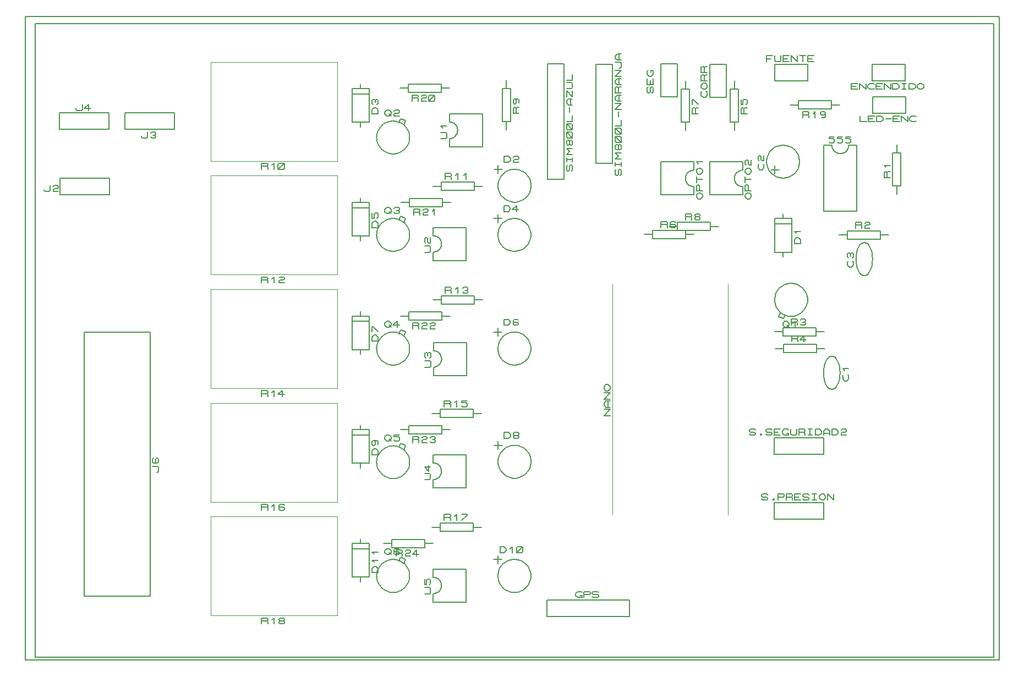
<source format=gbr>
G04 PROTEUS GERBER X2 FILE*
%TF.GenerationSoftware,Labcenter,Proteus,8.11-SP0-Build30052*%
%TF.CreationDate,2022-11-07T16:30:26+00:00*%
%TF.FileFunction,Legend,Top*%
%TF.FilePolarity,Positive*%
%TF.Part,Single*%
%TF.SameCoordinates,{2811b8d5-d4f7-46d7-8bd2-63344e37ddfc}*%
%FSLAX45Y45*%
%MOMM*%
G01*
%TA.AperFunction,Material*%
%ADD27C,0.100000*%
%ADD28C,0.203200*%
%TA.AperFunction,Profile*%
%ADD26C,0.203200*%
%TD.AperFunction*%
D27*
X-869000Y+2500000D02*
X-869000Y-1056000D01*
X+909000Y-1056000D02*
X+909000Y+2500000D01*
D28*
X-904480Y+468000D02*
X-995920Y+468000D01*
X-904480Y+563250D01*
X-995920Y+563250D01*
X-904480Y+595000D02*
X-965440Y+595000D01*
X-995920Y+626750D01*
X-995920Y+658500D01*
X-965440Y+690250D01*
X-904480Y+690250D01*
X-934960Y+595000D02*
X-934960Y+690250D01*
X-904480Y+722000D02*
X-995920Y+722000D01*
X-904480Y+817250D01*
X-995920Y+817250D01*
X-965440Y+849000D02*
X-995920Y+880750D01*
X-995920Y+912500D01*
X-965440Y+944250D01*
X-934960Y+944250D01*
X-904480Y+912500D01*
X-904480Y+880750D01*
X-934960Y+849000D01*
X-965440Y+849000D01*
X+385000Y+3992000D02*
X+385000Y+3865000D01*
X-123000Y+3865000D01*
X-123000Y+4373000D01*
X+385000Y+4373000D01*
X+385000Y+4246000D01*
X+258000Y+4119000D02*
X+260436Y+4093124D01*
X+267485Y+4069152D01*
X+278762Y+4047562D01*
X+293878Y+4028830D01*
X+312446Y+4013431D01*
X+334081Y+4001842D01*
X+358394Y+3994540D01*
X+385000Y+3992000D01*
X+258000Y+4119000D02*
X+260436Y+4145606D01*
X+267485Y+4169919D01*
X+278762Y+4191554D01*
X+293878Y+4210122D01*
X+312446Y+4225238D01*
X+334081Y+4236515D01*
X+358394Y+4243564D01*
X+385000Y+4246000D01*
X+456120Y+3801500D02*
X+425640Y+3833250D01*
X+425640Y+3865000D01*
X+456120Y+3896750D01*
X+486600Y+3896750D01*
X+517080Y+3865000D01*
X+517080Y+3833250D01*
X+486600Y+3801500D01*
X+456120Y+3801500D01*
X+517080Y+3928500D02*
X+425640Y+3928500D01*
X+425640Y+4007875D01*
X+440880Y+4023750D01*
X+456120Y+4023750D01*
X+471360Y+4007875D01*
X+471360Y+3928500D01*
X+425640Y+4055500D02*
X+425640Y+4150750D01*
X+425640Y+4103125D02*
X+517080Y+4103125D01*
X+456120Y+4182500D02*
X+425640Y+4214250D01*
X+425640Y+4246000D01*
X+456120Y+4277750D01*
X+486600Y+4277750D01*
X+517080Y+4246000D01*
X+517080Y+4214250D01*
X+486600Y+4182500D01*
X+456120Y+4182500D01*
X+456120Y+4341250D02*
X+425640Y+4373000D01*
X+517080Y+4373000D01*
X+1135000Y+3992000D02*
X+1135000Y+3865000D01*
X+627000Y+3865000D01*
X+627000Y+4373000D01*
X+1135000Y+4373000D01*
X+1135000Y+4246000D01*
X+1008000Y+4119000D02*
X+1010436Y+4093124D01*
X+1017485Y+4069152D01*
X+1028762Y+4047562D01*
X+1043878Y+4028830D01*
X+1062446Y+4013431D01*
X+1084081Y+4001842D01*
X+1108394Y+3994540D01*
X+1135000Y+3992000D01*
X+1008000Y+4119000D02*
X+1010436Y+4145606D01*
X+1017485Y+4169919D01*
X+1028762Y+4191554D01*
X+1043878Y+4210122D01*
X+1062446Y+4225238D01*
X+1084081Y+4236515D01*
X+1108394Y+4243564D01*
X+1135000Y+4246000D01*
X+1206120Y+3801500D02*
X+1175640Y+3833250D01*
X+1175640Y+3865000D01*
X+1206120Y+3896750D01*
X+1236600Y+3896750D01*
X+1267080Y+3865000D01*
X+1267080Y+3833250D01*
X+1236600Y+3801500D01*
X+1206120Y+3801500D01*
X+1267080Y+3928500D02*
X+1175640Y+3928500D01*
X+1175640Y+4007875D01*
X+1190880Y+4023750D01*
X+1206120Y+4023750D01*
X+1221360Y+4007875D01*
X+1221360Y+3928500D01*
X+1175640Y+4055500D02*
X+1175640Y+4150750D01*
X+1175640Y+4103125D02*
X+1267080Y+4103125D01*
X+1206120Y+4182500D02*
X+1175640Y+4214250D01*
X+1175640Y+4246000D01*
X+1206120Y+4277750D01*
X+1236600Y+4277750D01*
X+1267080Y+4246000D01*
X+1267080Y+4214250D01*
X+1236600Y+4182500D01*
X+1206120Y+4182500D01*
X+1190880Y+4325375D02*
X+1175640Y+4341250D01*
X+1175640Y+4388875D01*
X+1190880Y+4404750D01*
X+1206120Y+4404750D01*
X+1221360Y+4388875D01*
X+1221360Y+4341250D01*
X+1236600Y+4325375D01*
X+1267080Y+4325375D01*
X+1267080Y+4404750D01*
X+258000Y+5623000D02*
X+258000Y+5496000D01*
X+194500Y+4988000D02*
X+321500Y+4988000D01*
X+321500Y+5496000D01*
X+194500Y+5496000D01*
X+194500Y+4988000D01*
X+258000Y+4988000D02*
X+258000Y+4861000D01*
X+453580Y+5115000D02*
X+362140Y+5115000D01*
X+362140Y+5194375D01*
X+377380Y+5210250D01*
X+392620Y+5210250D01*
X+407860Y+5194375D01*
X+407860Y+5115000D01*
X+407860Y+5194375D02*
X+423100Y+5210250D01*
X+453580Y+5210250D01*
X+362140Y+5257875D02*
X+362140Y+5337250D01*
X+377380Y+5337250D01*
X+453580Y+5257875D01*
X+6000Y+3379000D02*
X+133000Y+3379000D01*
X+133000Y+3315500D02*
X+641000Y+3315500D01*
X+641000Y+3442500D01*
X+133000Y+3442500D01*
X+133000Y+3315500D01*
X+641000Y+3379000D02*
X+768000Y+3379000D01*
X+260000Y+3483140D02*
X+260000Y+3574580D01*
X+339375Y+3574580D01*
X+355250Y+3559340D01*
X+355250Y+3544100D01*
X+339375Y+3528860D01*
X+260000Y+3528860D01*
X+339375Y+3528860D02*
X+355250Y+3513620D01*
X+355250Y+3483140D01*
X+418750Y+3528860D02*
X+402875Y+3544100D01*
X+402875Y+3559340D01*
X+418750Y+3574580D01*
X+466375Y+3574580D01*
X+482250Y+3559340D01*
X+482250Y+3544100D01*
X+466375Y+3528860D01*
X+418750Y+3528860D01*
X+402875Y+3513620D01*
X+402875Y+3498380D01*
X+418750Y+3483140D01*
X+466375Y+3483140D01*
X+482250Y+3498380D01*
X+482250Y+3513620D01*
X+466375Y+3528860D01*
X-373000Y+3258000D02*
X-246000Y+3258000D01*
X-246000Y+3194500D02*
X+262000Y+3194500D01*
X+262000Y+3321500D01*
X-246000Y+3321500D01*
X-246000Y+3194500D01*
X+262000Y+3258000D02*
X+389000Y+3258000D01*
X-119000Y+3362140D02*
X-119000Y+3453580D01*
X-39625Y+3453580D01*
X-23750Y+3438340D01*
X-23750Y+3423100D01*
X-39625Y+3407860D01*
X-119000Y+3407860D01*
X-39625Y+3407860D02*
X-23750Y+3392620D01*
X-23750Y+3362140D01*
X+103250Y+3438340D02*
X+87375Y+3453580D01*
X+39750Y+3453580D01*
X+23875Y+3438340D01*
X+23875Y+3377380D01*
X+39750Y+3362140D01*
X+87375Y+3362140D01*
X+103250Y+3377380D01*
X+103250Y+3392620D01*
X+87375Y+3407860D01*
X+23875Y+3407860D01*
X+1008000Y+5623000D02*
X+1008000Y+5496000D01*
X+944500Y+4988000D02*
X+1071500Y+4988000D01*
X+1071500Y+5496000D01*
X+944500Y+5496000D01*
X+944500Y+4988000D01*
X+1008000Y+4988000D02*
X+1008000Y+4861000D01*
X+1203580Y+5115000D02*
X+1112140Y+5115000D01*
X+1112140Y+5194375D01*
X+1127380Y+5210250D01*
X+1142620Y+5210250D01*
X+1157860Y+5194375D01*
X+1157860Y+5115000D01*
X+1157860Y+5194375D02*
X+1173100Y+5210250D01*
X+1203580Y+5210250D01*
X+1112140Y+5337250D02*
X+1112140Y+5257875D01*
X+1142620Y+5257875D01*
X+1142620Y+5321375D01*
X+1157860Y+5337250D01*
X+1188340Y+5337250D01*
X+1203580Y+5321375D01*
X+1203580Y+5273750D01*
X+1188340Y+5257875D01*
X+2766000Y+4627000D02*
X+2893000Y+4627000D01*
X+2893000Y+3611000D01*
X+2385000Y+3611000D01*
X+2385000Y+4627000D01*
X+2512000Y+4627000D01*
X+2639000Y+4500000D02*
X+2664876Y+4502436D01*
X+2688848Y+4509485D01*
X+2710438Y+4520762D01*
X+2729170Y+4535878D01*
X+2744569Y+4554446D01*
X+2756158Y+4576081D01*
X+2763460Y+4600394D01*
X+2766000Y+4627000D01*
X+2639000Y+4500000D02*
X+2612394Y+4502436D01*
X+2588081Y+4509485D01*
X+2566446Y+4520762D01*
X+2547878Y+4535878D01*
X+2532762Y+4554446D01*
X+2521485Y+4576081D01*
X+2514436Y+4600394D01*
X+2512000Y+4627000D01*
X+2543750Y+4759080D02*
X+2464375Y+4759080D01*
X+2464375Y+4728600D01*
X+2527875Y+4728600D01*
X+2543750Y+4713360D01*
X+2543750Y+4682880D01*
X+2527875Y+4667640D01*
X+2480250Y+4667640D01*
X+2464375Y+4682880D01*
X+2670750Y+4759080D02*
X+2591375Y+4759080D01*
X+2591375Y+4728600D01*
X+2654875Y+4728600D01*
X+2670750Y+4713360D01*
X+2670750Y+4682880D01*
X+2654875Y+4667640D01*
X+2607250Y+4667640D01*
X+2591375Y+4682880D01*
X+2797750Y+4759080D02*
X+2718375Y+4759080D01*
X+2718375Y+4728600D01*
X+2781875Y+4728600D01*
X+2797750Y+4713360D01*
X+2797750Y+4682880D01*
X+2781875Y+4667640D01*
X+2734250Y+4667640D01*
X+2718375Y+4682880D01*
X-1119000Y+4353000D02*
X-865000Y+4353000D01*
X-865000Y+5877000D01*
X-1119000Y+5877000D01*
X-1119000Y+4353000D01*
X-748160Y+4162500D02*
X-732920Y+4178375D01*
X-732920Y+4241875D01*
X-748160Y+4257750D01*
X-763400Y+4257750D01*
X-778640Y+4241875D01*
X-778640Y+4178375D01*
X-793880Y+4162500D01*
X-809120Y+4162500D01*
X-824360Y+4178375D01*
X-824360Y+4241875D01*
X-809120Y+4257750D01*
X-824360Y+4305375D02*
X-824360Y+4368875D01*
X-824360Y+4337125D02*
X-732920Y+4337125D01*
X-732920Y+4305375D02*
X-732920Y+4368875D01*
X-732920Y+4416500D02*
X-824360Y+4416500D01*
X-778640Y+4464125D01*
X-824360Y+4511750D01*
X-732920Y+4511750D01*
X-778640Y+4575250D02*
X-793880Y+4559375D01*
X-809120Y+4559375D01*
X-824360Y+4575250D01*
X-824360Y+4622875D01*
X-809120Y+4638750D01*
X-793880Y+4638750D01*
X-778640Y+4622875D01*
X-778640Y+4575250D01*
X-763400Y+4559375D01*
X-748160Y+4559375D01*
X-732920Y+4575250D01*
X-732920Y+4622875D01*
X-748160Y+4638750D01*
X-763400Y+4638750D01*
X-778640Y+4622875D01*
X-748160Y+4670500D02*
X-809120Y+4670500D01*
X-824360Y+4686375D01*
X-824360Y+4749875D01*
X-809120Y+4765750D01*
X-748160Y+4765750D01*
X-732920Y+4749875D01*
X-732920Y+4686375D01*
X-748160Y+4670500D01*
X-732920Y+4670500D02*
X-824360Y+4765750D01*
X-748160Y+4797500D02*
X-809120Y+4797500D01*
X-824360Y+4813375D01*
X-824360Y+4876875D01*
X-809120Y+4892750D01*
X-748160Y+4892750D01*
X-732920Y+4876875D01*
X-732920Y+4813375D01*
X-748160Y+4797500D01*
X-732920Y+4797500D02*
X-824360Y+4892750D01*
X-824360Y+4924500D02*
X-732920Y+4924500D01*
X-732920Y+5019750D01*
X-778640Y+5067375D02*
X-778640Y+5146750D01*
X-732920Y+5178500D02*
X-824360Y+5178500D01*
X-732920Y+5273750D01*
X-824360Y+5273750D01*
X-732920Y+5305500D02*
X-793880Y+5305500D01*
X-824360Y+5337250D01*
X-824360Y+5369000D01*
X-793880Y+5400750D01*
X-732920Y+5400750D01*
X-763400Y+5305500D02*
X-763400Y+5400750D01*
X-732920Y+5432500D02*
X-824360Y+5432500D01*
X-824360Y+5511875D01*
X-809120Y+5527750D01*
X-793880Y+5527750D01*
X-778640Y+5511875D01*
X-778640Y+5432500D01*
X-778640Y+5511875D02*
X-763400Y+5527750D01*
X-732920Y+5527750D01*
X-732920Y+5559500D02*
X-793880Y+5559500D01*
X-824360Y+5591250D01*
X-824360Y+5623000D01*
X-793880Y+5654750D01*
X-732920Y+5654750D01*
X-763400Y+5559500D02*
X-763400Y+5654750D01*
X-732920Y+5686500D02*
X-824360Y+5686500D01*
X-732920Y+5781750D01*
X-824360Y+5781750D01*
X-763400Y+5813500D02*
X-748160Y+5813500D01*
X-732920Y+5829375D01*
X-732920Y+5892875D01*
X-748160Y+5908750D01*
X-824360Y+5908750D01*
X-732920Y+5940500D02*
X-793880Y+5940500D01*
X-824360Y+5972250D01*
X-824360Y+6004000D01*
X-793880Y+6035750D01*
X-732920Y+6035750D01*
X-763400Y+5940500D02*
X-763400Y+6035750D01*
X-1869000Y+4107000D02*
X-1615000Y+4107000D01*
X-1615000Y+5885000D01*
X-1869000Y+5885000D01*
X-1869000Y+4107000D01*
X-1498160Y+4234000D02*
X-1482920Y+4249875D01*
X-1482920Y+4313375D01*
X-1498160Y+4329250D01*
X-1513400Y+4329250D01*
X-1528640Y+4313375D01*
X-1528640Y+4249875D01*
X-1543880Y+4234000D01*
X-1559120Y+4234000D01*
X-1574360Y+4249875D01*
X-1574360Y+4313375D01*
X-1559120Y+4329250D01*
X-1574360Y+4376875D02*
X-1574360Y+4440375D01*
X-1574360Y+4408625D02*
X-1482920Y+4408625D01*
X-1482920Y+4376875D02*
X-1482920Y+4440375D01*
X-1482920Y+4488000D02*
X-1574360Y+4488000D01*
X-1528640Y+4535625D01*
X-1574360Y+4583250D01*
X-1482920Y+4583250D01*
X-1528640Y+4646750D02*
X-1543880Y+4630875D01*
X-1559120Y+4630875D01*
X-1574360Y+4646750D01*
X-1574360Y+4694375D01*
X-1559120Y+4710250D01*
X-1543880Y+4710250D01*
X-1528640Y+4694375D01*
X-1528640Y+4646750D01*
X-1513400Y+4630875D01*
X-1498160Y+4630875D01*
X-1482920Y+4646750D01*
X-1482920Y+4694375D01*
X-1498160Y+4710250D01*
X-1513400Y+4710250D01*
X-1528640Y+4694375D01*
X-1498160Y+4742000D02*
X-1559120Y+4742000D01*
X-1574360Y+4757875D01*
X-1574360Y+4821375D01*
X-1559120Y+4837250D01*
X-1498160Y+4837250D01*
X-1482920Y+4821375D01*
X-1482920Y+4757875D01*
X-1498160Y+4742000D01*
X-1482920Y+4742000D02*
X-1574360Y+4837250D01*
X-1498160Y+4869000D02*
X-1559120Y+4869000D01*
X-1574360Y+4884875D01*
X-1574360Y+4948375D01*
X-1559120Y+4964250D01*
X-1498160Y+4964250D01*
X-1482920Y+4948375D01*
X-1482920Y+4884875D01*
X-1498160Y+4869000D01*
X-1482920Y+4869000D02*
X-1574360Y+4964250D01*
X-1574360Y+4996000D02*
X-1482920Y+4996000D01*
X-1482920Y+5091250D01*
X-1528640Y+5138875D02*
X-1528640Y+5218250D01*
X-1482920Y+5250000D02*
X-1543880Y+5250000D01*
X-1574360Y+5281750D01*
X-1574360Y+5313500D01*
X-1543880Y+5345250D01*
X-1482920Y+5345250D01*
X-1513400Y+5250000D02*
X-1513400Y+5345250D01*
X-1574360Y+5377000D02*
X-1574360Y+5472250D01*
X-1482920Y+5377000D01*
X-1482920Y+5472250D01*
X-1574360Y+5504000D02*
X-1498160Y+5504000D01*
X-1482920Y+5519875D01*
X-1482920Y+5583375D01*
X-1498160Y+5599250D01*
X-1574360Y+5599250D01*
X-1574360Y+5631000D02*
X-1482920Y+5631000D01*
X-1482920Y+5726250D01*
X+3508000Y+3877000D02*
X+3508000Y+4004000D01*
X+3444500Y+4004000D02*
X+3571500Y+4004000D01*
X+3571500Y+4512000D01*
X+3444500Y+4512000D01*
X+3444500Y+4004000D01*
X+3508000Y+4512000D02*
X+3508000Y+4639000D01*
X+3403860Y+4131000D02*
X+3312420Y+4131000D01*
X+3312420Y+4210375D01*
X+3327660Y+4226250D01*
X+3342900Y+4226250D01*
X+3358140Y+4210375D01*
X+3358140Y+4131000D01*
X+3358140Y+4210375D02*
X+3373380Y+4226250D01*
X+3403860Y+4226250D01*
X+3342900Y+4289750D02*
X+3312420Y+4321500D01*
X+3403860Y+4321500D01*
X+2619000Y+3250000D02*
X+2746000Y+3250000D01*
X+2746000Y+3186500D02*
X+3254000Y+3186500D01*
X+3254000Y+3313500D01*
X+2746000Y+3313500D01*
X+2746000Y+3186500D01*
X+3254000Y+3250000D02*
X+3381000Y+3250000D01*
X+2873000Y+3354140D02*
X+2873000Y+3445580D01*
X+2952375Y+3445580D01*
X+2968250Y+3430340D01*
X+2968250Y+3415100D01*
X+2952375Y+3399860D01*
X+2873000Y+3399860D01*
X+2952375Y+3399860D02*
X+2968250Y+3384620D01*
X+2968250Y+3354140D01*
X+3015875Y+3430340D02*
X+3031750Y+3445580D01*
X+3079375Y+3445580D01*
X+3095250Y+3430340D01*
X+3095250Y+3415100D01*
X+3079375Y+3399860D01*
X+3031750Y+3399860D01*
X+3015875Y+3384620D01*
X+3015875Y+3354140D01*
X+3095250Y+3354140D01*
X+2012000Y+4377000D02*
X+2011173Y+4397483D01*
X+2004455Y+4438450D01*
X+1990437Y+4479417D01*
X+1967659Y+4520384D01*
X+1932859Y+4561229D01*
X+1891892Y+4592845D01*
X+1850925Y+4613392D01*
X+1809958Y+4625629D01*
X+1768991Y+4630762D01*
X+1758000Y+4631000D01*
X+1504000Y+4377000D02*
X+1504827Y+4397483D01*
X+1511545Y+4438450D01*
X+1525563Y+4479417D01*
X+1548341Y+4520384D01*
X+1583141Y+4561229D01*
X+1624108Y+4592845D01*
X+1665075Y+4613392D01*
X+1706042Y+4625629D01*
X+1747009Y+4630762D01*
X+1758000Y+4631000D01*
X+1504000Y+4377000D02*
X+1504827Y+4356517D01*
X+1511545Y+4315550D01*
X+1525563Y+4274583D01*
X+1548341Y+4233616D01*
X+1583141Y+4192771D01*
X+1624108Y+4161155D01*
X+1665075Y+4140608D01*
X+1706042Y+4128371D01*
X+1747009Y+4123238D01*
X+1758000Y+4123000D01*
X+2012000Y+4377000D02*
X+2011173Y+4356517D01*
X+2004455Y+4315550D01*
X+1990437Y+4274583D01*
X+1967659Y+4233616D01*
X+1932859Y+4192771D01*
X+1891892Y+4161155D01*
X+1850925Y+4140608D01*
X+1809958Y+4128371D01*
X+1768991Y+4123238D01*
X+1758000Y+4123000D01*
X+1631000Y+4186500D02*
X+1631000Y+4313500D01*
X+1567500Y+4250000D02*
X+1694500Y+4250000D01*
X+1448120Y+4344330D02*
X+1463360Y+4328455D01*
X+1463360Y+4280830D01*
X+1432880Y+4249080D01*
X+1402400Y+4249080D01*
X+1371920Y+4280830D01*
X+1371920Y+4328455D01*
X+1387160Y+4344330D01*
X+1387160Y+4391955D02*
X+1371920Y+4407830D01*
X+1371920Y+4455455D01*
X+1387160Y+4471330D01*
X+1402400Y+4471330D01*
X+1417640Y+4455455D01*
X+1417640Y+4407830D01*
X+1432880Y+4391955D01*
X+1463360Y+4391955D01*
X+1463360Y+4471330D01*
X+3008000Y+2623000D02*
X+2982124Y+2628080D01*
X+2958152Y+2642685D01*
X+2936562Y+2665862D01*
X+2917830Y+2696660D01*
X+2902431Y+2734125D01*
X+2890842Y+2777305D01*
X+2883540Y+2825248D01*
X+2881000Y+2877000D01*
X+3008000Y+3131000D02*
X+2982124Y+3125920D01*
X+2958152Y+3111315D01*
X+2936562Y+3088138D01*
X+2917830Y+3057340D01*
X+2902431Y+3019875D01*
X+2890842Y+2976695D01*
X+2883540Y+2928752D01*
X+2881000Y+2877000D01*
X+3008000Y+2623000D02*
X+3033876Y+2628080D01*
X+3057848Y+2642685D01*
X+3079438Y+2665862D01*
X+3098170Y+2696660D01*
X+3113569Y+2734125D01*
X+3125158Y+2777305D01*
X+3132460Y+2825248D01*
X+3135000Y+2877000D01*
X+3008000Y+3131000D02*
X+3033876Y+3125920D01*
X+3057848Y+3111315D01*
X+3079438Y+3088138D01*
X+3098170Y+3057340D01*
X+3113569Y+3019875D01*
X+3125158Y+2976695D01*
X+3132460Y+2928752D01*
X+3135000Y+2877000D01*
X+2825120Y+2845250D02*
X+2840360Y+2829375D01*
X+2840360Y+2781750D01*
X+2809880Y+2750000D01*
X+2779400Y+2750000D01*
X+2748920Y+2781750D01*
X+2748920Y+2829375D01*
X+2764160Y+2845250D01*
X+2764160Y+2892875D02*
X+2748920Y+2908750D01*
X+2748920Y+2956375D01*
X+2764160Y+2972250D01*
X+2779400Y+2972250D01*
X+2794640Y+2956375D01*
X+2809880Y+2972250D01*
X+2825120Y+2972250D01*
X+2840360Y+2956375D01*
X+2840360Y+2908750D01*
X+2825120Y+2892875D01*
X+2794640Y+2924625D02*
X+2794640Y+2956375D01*
X+1625920Y+2982920D02*
X+1892620Y+2982920D01*
X+1892620Y+3501080D01*
X+1625920Y+3501080D01*
X+1625920Y+2982920D01*
X+1890080Y+3419800D02*
X+1628460Y+3419800D01*
X+1758000Y+3572200D02*
X+1758000Y+3501080D01*
X+1758000Y+2982920D02*
X+1758000Y+2911800D01*
X+2024700Y+3115000D02*
X+1933260Y+3115000D01*
X+1933260Y+3178500D01*
X+1963740Y+3210250D01*
X+1994220Y+3210250D01*
X+2024700Y+3178500D01*
X+2024700Y+3115000D01*
X+1963740Y+3273750D02*
X+1933260Y+3305500D01*
X+2024700Y+3305500D01*
X+2135000Y+2250000D02*
X+2134173Y+2270483D01*
X+2127455Y+2311450D01*
X+2113437Y+2352417D01*
X+2090659Y+2393384D01*
X+2055859Y+2434229D01*
X+2014892Y+2465845D01*
X+1973925Y+2486392D01*
X+1932958Y+2498629D01*
X+1891991Y+2503762D01*
X+1881000Y+2504000D01*
X+1627000Y+2250000D02*
X+1627827Y+2270483D01*
X+1634545Y+2311450D01*
X+1648563Y+2352417D01*
X+1671341Y+2393384D01*
X+1706141Y+2434229D01*
X+1747108Y+2465845D01*
X+1788075Y+2486392D01*
X+1829042Y+2498629D01*
X+1870009Y+2503762D01*
X+1881000Y+2504000D01*
X+1627000Y+2250000D02*
X+1627827Y+2229517D01*
X+1634545Y+2188550D01*
X+1648563Y+2147583D01*
X+1671341Y+2106616D01*
X+1706141Y+2065771D01*
X+1747108Y+2034155D01*
X+1788075Y+2013608D01*
X+1829042Y+2001371D01*
X+1870009Y+1996238D01*
X+1881000Y+1996000D01*
X+2135000Y+2250000D02*
X+2134173Y+2229517D01*
X+2127455Y+2188550D01*
X+2113437Y+2147583D01*
X+2090659Y+2106616D01*
X+2055859Y+2065771D01*
X+2014892Y+2034155D01*
X+1973925Y+2013608D01*
X+1932958Y+2001371D01*
X+1891991Y+1996238D01*
X+1881000Y+1996000D01*
X+1788100Y+2020500D02*
X+1765300Y+1961600D01*
X+1692000Y+1991600D01*
X+1690900Y+1994700D02*
X+1718800Y+2058800D01*
X+1754000Y+1890480D02*
X+1785750Y+1920960D01*
X+1817500Y+1920960D01*
X+1849250Y+1890480D01*
X+1849250Y+1860000D01*
X+1817500Y+1829520D01*
X+1785750Y+1829520D01*
X+1754000Y+1860000D01*
X+1754000Y+1890480D01*
X+1817500Y+1860000D02*
X+1849250Y+1829520D01*
X+1912750Y+1890480D02*
X+1944500Y+1920960D01*
X+1944500Y+1829520D01*
X+1627000Y+1758000D02*
X+1754000Y+1758000D01*
X+1754000Y+1694500D02*
X+2262000Y+1694500D01*
X+2262000Y+1821500D01*
X+1754000Y+1821500D01*
X+1754000Y+1694500D01*
X+2262000Y+1758000D02*
X+2389000Y+1758000D01*
X+1881000Y+1862140D02*
X+1881000Y+1953580D01*
X+1960375Y+1953580D01*
X+1976250Y+1938340D01*
X+1976250Y+1923100D01*
X+1960375Y+1907860D01*
X+1881000Y+1907860D01*
X+1960375Y+1907860D02*
X+1976250Y+1892620D01*
X+1976250Y+1862140D01*
X+2023875Y+1938340D02*
X+2039750Y+1953580D01*
X+2087375Y+1953580D01*
X+2103250Y+1938340D01*
X+2103250Y+1923100D01*
X+2087375Y+1907860D01*
X+2103250Y+1892620D01*
X+2103250Y+1877380D01*
X+2087375Y+1862140D01*
X+2039750Y+1862140D01*
X+2023875Y+1877380D01*
X+2055625Y+1907860D02*
X+2087375Y+1907860D01*
X+1635000Y+1500000D02*
X+1762000Y+1500000D01*
X+1762000Y+1436500D02*
X+2270000Y+1436500D01*
X+2270000Y+1563500D01*
X+1762000Y+1563500D01*
X+1762000Y+1436500D01*
X+2270000Y+1500000D02*
X+2397000Y+1500000D01*
X+1889000Y+1604140D02*
X+1889000Y+1695580D01*
X+1968375Y+1695580D01*
X+1984250Y+1680340D01*
X+1984250Y+1665100D01*
X+1968375Y+1649860D01*
X+1889000Y+1649860D01*
X+1968375Y+1649860D02*
X+1984250Y+1634620D01*
X+1984250Y+1604140D01*
X+2111250Y+1634620D02*
X+2016000Y+1634620D01*
X+2079500Y+1695580D01*
X+2079500Y+1604140D01*
X+2508000Y+1381000D02*
X+2533876Y+1375920D01*
X+2557848Y+1361315D01*
X+2579438Y+1338138D01*
X+2598170Y+1307340D01*
X+2613569Y+1269875D01*
X+2625158Y+1226695D01*
X+2632460Y+1178752D01*
X+2635000Y+1127000D01*
X+2508000Y+873000D02*
X+2533876Y+878080D01*
X+2557848Y+892685D01*
X+2579438Y+915862D01*
X+2598170Y+946660D01*
X+2613569Y+984125D01*
X+2625158Y+1027305D01*
X+2632460Y+1075248D01*
X+2635000Y+1127000D01*
X+2508000Y+1381000D02*
X+2482124Y+1375920D01*
X+2458152Y+1361315D01*
X+2436562Y+1338138D01*
X+2417830Y+1307340D01*
X+2402431Y+1269875D01*
X+2390842Y+1226695D01*
X+2383540Y+1178752D01*
X+2381000Y+1127000D01*
X+2508000Y+873000D02*
X+2482124Y+878080D01*
X+2458152Y+892685D01*
X+2436562Y+915862D01*
X+2417830Y+946660D01*
X+2402431Y+984125D01*
X+2390842Y+1027305D01*
X+2383540Y+1075248D01*
X+2381000Y+1127000D01*
X+2751840Y+1095250D02*
X+2767080Y+1079375D01*
X+2767080Y+1031750D01*
X+2736600Y+1000000D01*
X+2706120Y+1000000D01*
X+2675640Y+1031750D01*
X+2675640Y+1079375D01*
X+2690880Y+1095250D01*
X+2706120Y+1158750D02*
X+2675640Y+1190500D01*
X+2767080Y+1190500D01*
X+1619000Y-127000D02*
X+2381000Y-127000D01*
X+2381000Y+127000D01*
X+1619000Y+127000D01*
X+1619000Y-127000D01*
X+1238000Y+182880D02*
X+1253875Y+167640D01*
X+1317375Y+167640D01*
X+1333250Y+182880D01*
X+1333250Y+198120D01*
X+1317375Y+213360D01*
X+1253875Y+213360D01*
X+1238000Y+228600D01*
X+1238000Y+243840D01*
X+1253875Y+259080D01*
X+1317375Y+259080D01*
X+1333250Y+243840D01*
X+1412625Y+182880D02*
X+1428500Y+182880D01*
X+1428500Y+167640D01*
X+1412625Y+167640D01*
X+1412625Y+182880D01*
X+1492000Y+182880D02*
X+1507875Y+167640D01*
X+1571375Y+167640D01*
X+1587250Y+182880D01*
X+1587250Y+198120D01*
X+1571375Y+213360D01*
X+1507875Y+213360D01*
X+1492000Y+228600D01*
X+1492000Y+243840D01*
X+1507875Y+259080D01*
X+1571375Y+259080D01*
X+1587250Y+243840D01*
X+1714250Y+167640D02*
X+1619000Y+167640D01*
X+1619000Y+259080D01*
X+1714250Y+259080D01*
X+1619000Y+213360D02*
X+1682500Y+213360D01*
X+1809500Y+198120D02*
X+1841250Y+198120D01*
X+1841250Y+167640D01*
X+1777750Y+167640D01*
X+1746000Y+198120D01*
X+1746000Y+228600D01*
X+1777750Y+259080D01*
X+1825375Y+259080D01*
X+1841250Y+243840D01*
X+1873000Y+259080D02*
X+1873000Y+182880D01*
X+1888875Y+167640D01*
X+1952375Y+167640D01*
X+1968250Y+182880D01*
X+1968250Y+259080D01*
X+2000000Y+167640D02*
X+2000000Y+259080D01*
X+2079375Y+259080D01*
X+2095250Y+243840D01*
X+2095250Y+228600D01*
X+2079375Y+213360D01*
X+2000000Y+213360D01*
X+2079375Y+213360D02*
X+2095250Y+198120D01*
X+2095250Y+167640D01*
X+2142875Y+259080D02*
X+2206375Y+259080D01*
X+2174625Y+259080D02*
X+2174625Y+167640D01*
X+2142875Y+167640D02*
X+2206375Y+167640D01*
X+2254000Y+167640D02*
X+2254000Y+259080D01*
X+2317500Y+259080D01*
X+2349250Y+228600D01*
X+2349250Y+198120D01*
X+2317500Y+167640D01*
X+2254000Y+167640D01*
X+2381000Y+167640D02*
X+2381000Y+228600D01*
X+2412750Y+259080D01*
X+2444500Y+259080D01*
X+2476250Y+228600D01*
X+2476250Y+167640D01*
X+2381000Y+198120D02*
X+2476250Y+198120D01*
X+2508000Y+167640D02*
X+2508000Y+259080D01*
X+2571500Y+259080D01*
X+2603250Y+228600D01*
X+2603250Y+198120D01*
X+2571500Y+167640D01*
X+2508000Y+167640D01*
X+2650875Y+243840D02*
X+2666750Y+259080D01*
X+2714375Y+259080D01*
X+2730250Y+243840D01*
X+2730250Y+228600D01*
X+2714375Y+213360D01*
X+2666750Y+213360D01*
X+2650875Y+198120D01*
X+2650875Y+167640D01*
X+2730250Y+167640D01*
X-127000Y+5373000D02*
X+127000Y+5373000D01*
X+127000Y+5881000D01*
X-127000Y+5881000D01*
X-127000Y+5373000D01*
X-256160Y+5436500D02*
X-240920Y+5452375D01*
X-240920Y+5515875D01*
X-256160Y+5531750D01*
X-271400Y+5531750D01*
X-286640Y+5515875D01*
X-286640Y+5452375D01*
X-301880Y+5436500D01*
X-317120Y+5436500D01*
X-332360Y+5452375D01*
X-332360Y+5515875D01*
X-317120Y+5531750D01*
X-240920Y+5658750D02*
X-240920Y+5563500D01*
X-332360Y+5563500D01*
X-332360Y+5658750D01*
X-286640Y+5563500D02*
X-286640Y+5627000D01*
X-271400Y+5754000D02*
X-271400Y+5785750D01*
X-240920Y+5785750D01*
X-240920Y+5722250D01*
X-271400Y+5690500D01*
X-301880Y+5690500D01*
X-332360Y+5722250D01*
X-332360Y+5769875D01*
X-317120Y+5785750D01*
X+1631000Y+5623000D02*
X+2139000Y+5623000D01*
X+2139000Y+5877000D01*
X+1631000Y+5877000D01*
X+1631000Y+5623000D01*
X+1504000Y+5917640D02*
X+1504000Y+6009080D01*
X+1599250Y+6009080D01*
X+1504000Y+5963360D02*
X+1567500Y+5963360D01*
X+1631000Y+6009080D02*
X+1631000Y+5932880D01*
X+1646875Y+5917640D01*
X+1710375Y+5917640D01*
X+1726250Y+5932880D01*
X+1726250Y+6009080D01*
X+1853250Y+5917640D02*
X+1758000Y+5917640D01*
X+1758000Y+6009080D01*
X+1853250Y+6009080D01*
X+1758000Y+5963360D02*
X+1821500Y+5963360D01*
X+1885000Y+5917640D02*
X+1885000Y+6009080D01*
X+1980250Y+5917640D01*
X+1980250Y+6009080D01*
X+2012000Y+6009080D02*
X+2107250Y+6009080D01*
X+2059625Y+6009080D02*
X+2059625Y+5917640D01*
X+2234250Y+5917640D02*
X+2139000Y+5917640D01*
X+2139000Y+6009080D01*
X+2234250Y+6009080D01*
X+2139000Y+5963360D02*
X+2202500Y+5963360D01*
D27*
X-7052000Y+4388000D02*
X-5102000Y+4388000D01*
X-5102000Y+5912000D01*
X-7052000Y+5912000D01*
X-7052000Y+4388000D01*
D28*
X-6267500Y+4261080D02*
X-6267500Y+4352520D01*
X-6188125Y+4352520D01*
X-6172250Y+4337280D01*
X-6172250Y+4322040D01*
X-6188125Y+4306800D01*
X-6267500Y+4306800D01*
X-6188125Y+4306800D02*
X-6172250Y+4291560D01*
X-6172250Y+4261080D01*
X-6108750Y+4322040D02*
X-6077000Y+4352520D01*
X-6077000Y+4261080D01*
X-6013500Y+4276320D02*
X-6013500Y+4337280D01*
X-5997625Y+4352520D01*
X-5934125Y+4352520D01*
X-5918250Y+4337280D01*
X-5918250Y+4276320D01*
X-5934125Y+4261080D01*
X-5997625Y+4261080D01*
X-6013500Y+4276320D01*
X-6013500Y+4261080D02*
X-5918250Y+4352520D01*
D27*
X-7052000Y+2638000D02*
X-5102000Y+2638000D01*
X-5102000Y+4162000D01*
X-7052000Y+4162000D01*
X-7052000Y+2638000D01*
D28*
X-6267500Y+2511080D02*
X-6267500Y+2602520D01*
X-6188125Y+2602520D01*
X-6172250Y+2587280D01*
X-6172250Y+2572040D01*
X-6188125Y+2556800D01*
X-6267500Y+2556800D01*
X-6188125Y+2556800D02*
X-6172250Y+2541560D01*
X-6172250Y+2511080D01*
X-6108750Y+2572040D02*
X-6077000Y+2602520D01*
X-6077000Y+2511080D01*
X-5997625Y+2587280D02*
X-5981750Y+2602520D01*
X-5934125Y+2602520D01*
X-5918250Y+2587280D01*
X-5918250Y+2572040D01*
X-5934125Y+2556800D01*
X-5981750Y+2556800D01*
X-5997625Y+2541560D01*
X-5997625Y+2511080D01*
X-5918250Y+2511080D01*
D27*
X-7052000Y+888000D02*
X-5102000Y+888000D01*
X-5102000Y+2412000D01*
X-7052000Y+2412000D01*
X-7052000Y+888000D01*
D28*
X-6267500Y+761080D02*
X-6267500Y+852520D01*
X-6188125Y+852520D01*
X-6172250Y+837280D01*
X-6172250Y+822040D01*
X-6188125Y+806800D01*
X-6267500Y+806800D01*
X-6188125Y+806800D02*
X-6172250Y+791560D01*
X-6172250Y+761080D01*
X-6108750Y+822040D02*
X-6077000Y+852520D01*
X-6077000Y+761080D01*
X-5918250Y+791560D02*
X-6013500Y+791560D01*
X-5950000Y+852520D01*
X-5950000Y+761080D01*
D27*
X-7052000Y-862000D02*
X-5102000Y-862000D01*
X-5102000Y+662000D01*
X-7052000Y+662000D01*
X-7052000Y-862000D01*
D28*
X-6267500Y-988920D02*
X-6267500Y-897480D01*
X-6188125Y-897480D01*
X-6172250Y-912720D01*
X-6172250Y-927960D01*
X-6188125Y-943200D01*
X-6267500Y-943200D01*
X-6188125Y-943200D02*
X-6172250Y-958440D01*
X-6172250Y-988920D01*
X-6108750Y-927960D02*
X-6077000Y-897480D01*
X-6077000Y-988920D01*
X-5918250Y-912720D02*
X-5934125Y-897480D01*
X-5981750Y-897480D01*
X-5997625Y-912720D01*
X-5997625Y-973680D01*
X-5981750Y-988920D01*
X-5934125Y-988920D01*
X-5918250Y-973680D01*
X-5918250Y-958440D01*
X-5934125Y-943200D01*
X-5997625Y-943200D01*
D27*
X-7052000Y-2612000D02*
X-5102000Y-2612000D01*
X-5102000Y-1088000D01*
X-7052000Y-1088000D01*
X-7052000Y-2612000D01*
D28*
X-6267500Y-2738920D02*
X-6267500Y-2647480D01*
X-6188125Y-2647480D01*
X-6172250Y-2662720D01*
X-6172250Y-2677960D01*
X-6188125Y-2693200D01*
X-6267500Y-2693200D01*
X-6188125Y-2693200D02*
X-6172250Y-2708440D01*
X-6172250Y-2738920D01*
X-6108750Y-2677960D02*
X-6077000Y-2647480D01*
X-6077000Y-2738920D01*
X-5981750Y-2693200D02*
X-5997625Y-2677960D01*
X-5997625Y-2662720D01*
X-5981750Y-2647480D01*
X-5934125Y-2647480D01*
X-5918250Y-2662720D01*
X-5918250Y-2677960D01*
X-5934125Y-2693200D01*
X-5981750Y-2693200D01*
X-5997625Y-2708440D01*
X-5997625Y-2723680D01*
X-5981750Y-2738920D01*
X-5934125Y-2738920D01*
X-5918250Y-2723680D01*
X-5918250Y-2708440D01*
X-5934125Y-2693200D01*
X-3377000Y+4988000D02*
X-3377000Y+5115000D01*
X-2869000Y+5115000D01*
X-2869000Y+4607000D01*
X-3377000Y+4607000D01*
X-3377000Y+4734000D01*
X-3250000Y+4861000D02*
X-3252436Y+4886876D01*
X-3259485Y+4910848D01*
X-3270762Y+4932438D01*
X-3285878Y+4951170D01*
X-3304446Y+4966569D01*
X-3326081Y+4978158D01*
X-3350394Y+4985460D01*
X-3377000Y+4988000D01*
X-3250000Y+4861000D02*
X-3252436Y+4834394D01*
X-3259485Y+4810081D01*
X-3270762Y+4788446D01*
X-3285878Y+4769878D01*
X-3304446Y+4754762D01*
X-3326081Y+4743485D01*
X-3350394Y+4736436D01*
X-3377000Y+4734000D01*
X-3509080Y+4734000D02*
X-3432880Y+4734000D01*
X-3417640Y+4749875D01*
X-3417640Y+4813375D01*
X-3432880Y+4829250D01*
X-3509080Y+4829250D01*
X-3478600Y+4892750D02*
X-3509080Y+4924500D01*
X-3417640Y+4924500D01*
X-3627000Y+3238000D02*
X-3627000Y+3365000D01*
X-3119000Y+3365000D01*
X-3119000Y+2857000D01*
X-3627000Y+2857000D01*
X-3627000Y+2984000D01*
X-3500000Y+3111000D02*
X-3502436Y+3136876D01*
X-3509485Y+3160848D01*
X-3520762Y+3182438D01*
X-3535878Y+3201170D01*
X-3554446Y+3216569D01*
X-3576081Y+3228158D01*
X-3600394Y+3235460D01*
X-3627000Y+3238000D01*
X-3500000Y+3111000D02*
X-3502436Y+3084394D01*
X-3509485Y+3060081D01*
X-3520762Y+3038446D01*
X-3535878Y+3019878D01*
X-3554446Y+3004762D01*
X-3576081Y+2993485D01*
X-3600394Y+2986436D01*
X-3627000Y+2984000D01*
X-3759080Y+2984000D02*
X-3682880Y+2984000D01*
X-3667640Y+2999875D01*
X-3667640Y+3063375D01*
X-3682880Y+3079250D01*
X-3759080Y+3079250D01*
X-3743840Y+3126875D02*
X-3759080Y+3142750D01*
X-3759080Y+3190375D01*
X-3743840Y+3206250D01*
X-3728600Y+3206250D01*
X-3713360Y+3190375D01*
X-3713360Y+3142750D01*
X-3698120Y+3126875D01*
X-3667640Y+3126875D01*
X-3667640Y+3206250D01*
X-3623000Y+1468000D02*
X-3623000Y+1595000D01*
X-3115000Y+1595000D01*
X-3115000Y+1087000D01*
X-3623000Y+1087000D01*
X-3623000Y+1214000D01*
X-3496000Y+1341000D02*
X-3498436Y+1366876D01*
X-3505485Y+1390848D01*
X-3516762Y+1412438D01*
X-3531878Y+1431170D01*
X-3550446Y+1446569D01*
X-3572081Y+1458158D01*
X-3596394Y+1465460D01*
X-3623000Y+1468000D01*
X-3496000Y+1341000D02*
X-3498436Y+1314394D01*
X-3505485Y+1290081D01*
X-3516762Y+1268446D01*
X-3531878Y+1249878D01*
X-3550446Y+1234762D01*
X-3572081Y+1223485D01*
X-3596394Y+1216436D01*
X-3623000Y+1214000D01*
X-3755080Y+1214000D02*
X-3678880Y+1214000D01*
X-3663640Y+1229875D01*
X-3663640Y+1293375D01*
X-3678880Y+1309250D01*
X-3755080Y+1309250D01*
X-3739840Y+1356875D02*
X-3755080Y+1372750D01*
X-3755080Y+1420375D01*
X-3739840Y+1436250D01*
X-3724600Y+1436250D01*
X-3709360Y+1420375D01*
X-3694120Y+1436250D01*
X-3678880Y+1436250D01*
X-3663640Y+1420375D01*
X-3663640Y+1372750D01*
X-3678880Y+1356875D01*
X-3709360Y+1388625D02*
X-3709360Y+1420375D01*
X-3627000Y-262000D02*
X-3627000Y-135000D01*
X-3119000Y-135000D01*
X-3119000Y-643000D01*
X-3627000Y-643000D01*
X-3627000Y-516000D01*
X-3500000Y-389000D02*
X-3502436Y-363124D01*
X-3509485Y-339152D01*
X-3520762Y-317562D01*
X-3535878Y-298830D01*
X-3554446Y-283431D01*
X-3576081Y-271842D01*
X-3600394Y-264540D01*
X-3627000Y-262000D01*
X-3500000Y-389000D02*
X-3502436Y-415606D01*
X-3509485Y-439919D01*
X-3520762Y-461554D01*
X-3535878Y-480122D01*
X-3554446Y-495238D01*
X-3576081Y-506515D01*
X-3600394Y-513564D01*
X-3627000Y-516000D01*
X-3759080Y-516000D02*
X-3682880Y-516000D01*
X-3667640Y-500125D01*
X-3667640Y-436625D01*
X-3682880Y-420750D01*
X-3759080Y-420750D01*
X-3698120Y-293750D02*
X-3698120Y-389000D01*
X-3759080Y-325500D01*
X-3667640Y-325500D01*
X-3627000Y-2020000D02*
X-3627000Y-1893000D01*
X-3119000Y-1893000D01*
X-3119000Y-2401000D01*
X-3627000Y-2401000D01*
X-3627000Y-2274000D01*
X-3500000Y-2147000D02*
X-3502436Y-2121124D01*
X-3509485Y-2097152D01*
X-3520762Y-2075562D01*
X-3535878Y-2056830D01*
X-3554446Y-2041431D01*
X-3576081Y-2029842D01*
X-3600394Y-2022540D01*
X-3627000Y-2020000D01*
X-3500000Y-2147000D02*
X-3502436Y-2173606D01*
X-3509485Y-2197919D01*
X-3520762Y-2219554D01*
X-3535878Y-2238122D01*
X-3554446Y-2253238D01*
X-3576081Y-2264515D01*
X-3600394Y-2271564D01*
X-3627000Y-2274000D01*
X-3759080Y-2274000D02*
X-3682880Y-2274000D01*
X-3667640Y-2258125D01*
X-3667640Y-2194625D01*
X-3682880Y-2178750D01*
X-3759080Y-2178750D01*
X-3759080Y-2051750D02*
X-3759080Y-2131125D01*
X-3728600Y-2131125D01*
X-3728600Y-2067625D01*
X-3713360Y-2051750D01*
X-3682880Y-2051750D01*
X-3667640Y-2067625D01*
X-3667640Y-2115250D01*
X-3682880Y-2131125D01*
X-2500000Y+5631000D02*
X-2500000Y+5504000D01*
X-2563500Y+4996000D02*
X-2436500Y+4996000D01*
X-2436500Y+5504000D01*
X-2563500Y+5504000D01*
X-2563500Y+4996000D01*
X-2500000Y+4996000D02*
X-2500000Y+4869000D01*
X-2304420Y+5123000D02*
X-2395860Y+5123000D01*
X-2395860Y+5202375D01*
X-2380620Y+5218250D01*
X-2365380Y+5218250D01*
X-2350140Y+5202375D01*
X-2350140Y+5123000D01*
X-2350140Y+5202375D02*
X-2334900Y+5218250D01*
X-2304420Y+5218250D01*
X-2365380Y+5345250D02*
X-2350140Y+5329375D01*
X-2350140Y+5281750D01*
X-2365380Y+5265875D01*
X-2380620Y+5265875D01*
X-2395860Y+5281750D01*
X-2395860Y+5329375D01*
X-2380620Y+5345250D01*
X-2319660Y+5345250D01*
X-2304420Y+5329375D01*
X-2304420Y+5281750D01*
X-3631000Y+4000000D02*
X-3504000Y+4000000D01*
X-3504000Y+3936500D02*
X-2996000Y+3936500D01*
X-2996000Y+4063500D01*
X-3504000Y+4063500D01*
X-3504000Y+3936500D01*
X-2996000Y+4000000D02*
X-2869000Y+4000000D01*
X-3440500Y+4104140D02*
X-3440500Y+4195580D01*
X-3361125Y+4195580D01*
X-3345250Y+4180340D01*
X-3345250Y+4165100D01*
X-3361125Y+4149860D01*
X-3440500Y+4149860D01*
X-3361125Y+4149860D02*
X-3345250Y+4134620D01*
X-3345250Y+4104140D01*
X-3281750Y+4165100D02*
X-3250000Y+4195580D01*
X-3250000Y+4104140D01*
X-3154750Y+4165100D02*
X-3123000Y+4195580D01*
X-3123000Y+4104140D01*
X-3631000Y+2250000D02*
X-3504000Y+2250000D01*
X-3504000Y+2186500D02*
X-2996000Y+2186500D01*
X-2996000Y+2313500D01*
X-3504000Y+2313500D01*
X-3504000Y+2186500D01*
X-2996000Y+2250000D02*
X-2869000Y+2250000D01*
X-3440500Y+2354140D02*
X-3440500Y+2445580D01*
X-3361125Y+2445580D01*
X-3345250Y+2430340D01*
X-3345250Y+2415100D01*
X-3361125Y+2399860D01*
X-3440500Y+2399860D01*
X-3361125Y+2399860D02*
X-3345250Y+2384620D01*
X-3345250Y+2354140D01*
X-3281750Y+2415100D02*
X-3250000Y+2445580D01*
X-3250000Y+2354140D01*
X-3170625Y+2430340D02*
X-3154750Y+2445580D01*
X-3107125Y+2445580D01*
X-3091250Y+2430340D01*
X-3091250Y+2415100D01*
X-3107125Y+2399860D01*
X-3091250Y+2384620D01*
X-3091250Y+2369380D01*
X-3107125Y+2354140D01*
X-3154750Y+2354140D01*
X-3170625Y+2369380D01*
X-3138875Y+2399860D02*
X-3107125Y+2399860D01*
X-3647000Y+500000D02*
X-3520000Y+500000D01*
X-3520000Y+436500D02*
X-3012000Y+436500D01*
X-3012000Y+563500D01*
X-3520000Y+563500D01*
X-3520000Y+436500D01*
X-3012000Y+500000D02*
X-2885000Y+500000D01*
X-3456500Y+604140D02*
X-3456500Y+695580D01*
X-3377125Y+695580D01*
X-3361250Y+680340D01*
X-3361250Y+665100D01*
X-3377125Y+649860D01*
X-3456500Y+649860D01*
X-3377125Y+649860D02*
X-3361250Y+634620D01*
X-3361250Y+604140D01*
X-3297750Y+665100D02*
X-3266000Y+695580D01*
X-3266000Y+604140D01*
X-3107250Y+695580D02*
X-3186625Y+695580D01*
X-3186625Y+665100D01*
X-3123125Y+665100D01*
X-3107250Y+649860D01*
X-3107250Y+619380D01*
X-3123125Y+604140D01*
X-3170750Y+604140D01*
X-3186625Y+619380D01*
X-3647000Y-1250000D02*
X-3520000Y-1250000D01*
X-3520000Y-1313500D02*
X-3012000Y-1313500D01*
X-3012000Y-1186500D01*
X-3520000Y-1186500D01*
X-3520000Y-1313500D01*
X-3012000Y-1250000D02*
X-2885000Y-1250000D01*
X-3456500Y-1145860D02*
X-3456500Y-1054420D01*
X-3377125Y-1054420D01*
X-3361250Y-1069660D01*
X-3361250Y-1084900D01*
X-3377125Y-1100140D01*
X-3456500Y-1100140D01*
X-3377125Y-1100140D02*
X-3361250Y-1115380D01*
X-3361250Y-1145860D01*
X-3297750Y-1084900D02*
X-3266000Y-1054420D01*
X-3266000Y-1145860D01*
X-3186625Y-1054420D02*
X-3107250Y-1054420D01*
X-3107250Y-1069660D01*
X-3186625Y-1145860D01*
X-4874080Y+4982920D02*
X-4607380Y+4982920D01*
X-4607380Y+5501080D01*
X-4874080Y+5501080D01*
X-4874080Y+4982920D01*
X-4609920Y+5419800D02*
X-4871540Y+5419800D01*
X-4742000Y+5572200D02*
X-4742000Y+5501080D01*
X-4742000Y+4982920D02*
X-4742000Y+4911800D01*
X-4475300Y+5115000D02*
X-4566740Y+5115000D01*
X-4566740Y+5178500D01*
X-4536260Y+5210250D01*
X-4505780Y+5210250D01*
X-4475300Y+5178500D01*
X-4475300Y+5115000D01*
X-4551500Y+5257875D02*
X-4566740Y+5273750D01*
X-4566740Y+5321375D01*
X-4551500Y+5337250D01*
X-4536260Y+5337250D01*
X-4521020Y+5321375D01*
X-4505780Y+5337250D01*
X-4490540Y+5337250D01*
X-4475300Y+5321375D01*
X-4475300Y+5273750D01*
X-4490540Y+5257875D01*
X-4521020Y+5289625D02*
X-4521020Y+5321375D01*
X-4874080Y+3232920D02*
X-4607380Y+3232920D01*
X-4607380Y+3751080D01*
X-4874080Y+3751080D01*
X-4874080Y+3232920D01*
X-4609920Y+3669800D02*
X-4871540Y+3669800D01*
X-4742000Y+3822200D02*
X-4742000Y+3751080D01*
X-4742000Y+3232920D02*
X-4742000Y+3161800D01*
X-4475300Y+3365000D02*
X-4566740Y+3365000D01*
X-4566740Y+3428500D01*
X-4536260Y+3460250D01*
X-4505780Y+3460250D01*
X-4475300Y+3428500D01*
X-4475300Y+3365000D01*
X-4566740Y+3587250D02*
X-4566740Y+3507875D01*
X-4536260Y+3507875D01*
X-4536260Y+3571375D01*
X-4521020Y+3587250D01*
X-4490540Y+3587250D01*
X-4475300Y+3571375D01*
X-4475300Y+3523750D01*
X-4490540Y+3507875D01*
X-4874080Y+1482920D02*
X-4607380Y+1482920D01*
X-4607380Y+2001080D01*
X-4874080Y+2001080D01*
X-4874080Y+1482920D01*
X-4609920Y+1919800D02*
X-4871540Y+1919800D01*
X-4742000Y+2072200D02*
X-4742000Y+2001080D01*
X-4742000Y+1482920D02*
X-4742000Y+1411800D01*
X-4475300Y+1615000D02*
X-4566740Y+1615000D01*
X-4566740Y+1678500D01*
X-4536260Y+1710250D01*
X-4505780Y+1710250D01*
X-4475300Y+1678500D01*
X-4475300Y+1615000D01*
X-4566740Y+1757875D02*
X-4566740Y+1837250D01*
X-4551500Y+1837250D01*
X-4475300Y+1757875D01*
X-4874080Y-267080D02*
X-4607380Y-267080D01*
X-4607380Y+251080D01*
X-4874080Y+251080D01*
X-4874080Y-267080D01*
X-4609920Y+169800D02*
X-4871540Y+169800D01*
X-4742000Y+322200D02*
X-4742000Y+251080D01*
X-4742000Y-267080D02*
X-4742000Y-338200D01*
X-4475300Y-135000D02*
X-4566740Y-135000D01*
X-4566740Y-71500D01*
X-4536260Y-39750D01*
X-4505780Y-39750D01*
X-4475300Y-71500D01*
X-4475300Y-135000D01*
X-4536260Y+87250D02*
X-4521020Y+71375D01*
X-4521020Y+23750D01*
X-4536260Y+7875D01*
X-4551500Y+7875D01*
X-4566740Y+23750D01*
X-4566740Y+71375D01*
X-4551500Y+87250D01*
X-4490540Y+87250D01*
X-4475300Y+71375D01*
X-4475300Y+23750D01*
X-4874080Y-2017080D02*
X-4607380Y-2017080D01*
X-4607380Y-1498920D01*
X-4874080Y-1498920D01*
X-4874080Y-2017080D01*
X-4609920Y-1580200D02*
X-4871540Y-1580200D01*
X-4742000Y-1427800D02*
X-4742000Y-1498920D01*
X-4742000Y-2017080D02*
X-4742000Y-2088200D01*
X-4475300Y-1948500D02*
X-4566740Y-1948500D01*
X-4566740Y-1885000D01*
X-4536260Y-1853250D01*
X-4505780Y-1853250D01*
X-4475300Y-1885000D01*
X-4475300Y-1948500D01*
X-4536260Y-1789750D02*
X-4566740Y-1758000D01*
X-4475300Y-1758000D01*
X-4536260Y-1662750D02*
X-4566740Y-1631000D01*
X-4475300Y-1631000D01*
X-2119000Y+4008000D02*
X-2119827Y+4028483D01*
X-2126545Y+4069450D01*
X-2140563Y+4110417D01*
X-2163341Y+4151384D01*
X-2198141Y+4192229D01*
X-2239108Y+4223845D01*
X-2280075Y+4244392D01*
X-2321042Y+4256629D01*
X-2362009Y+4261762D01*
X-2373000Y+4262000D01*
X-2627000Y+4008000D02*
X-2626173Y+4028483D01*
X-2619455Y+4069450D01*
X-2605437Y+4110417D01*
X-2582659Y+4151384D01*
X-2547859Y+4192229D01*
X-2506892Y+4223845D01*
X-2465925Y+4244392D01*
X-2424958Y+4256629D01*
X-2383991Y+4261762D01*
X-2373000Y+4262000D01*
X-2627000Y+4008000D02*
X-2626173Y+3987517D01*
X-2619455Y+3946550D01*
X-2605437Y+3905583D01*
X-2582659Y+3864616D01*
X-2547859Y+3823771D01*
X-2506892Y+3792155D01*
X-2465925Y+3771608D01*
X-2424958Y+3759371D01*
X-2383991Y+3754238D01*
X-2373000Y+3754000D01*
X-2119000Y+4008000D02*
X-2119827Y+3987517D01*
X-2126545Y+3946550D01*
X-2140563Y+3905583D01*
X-2163341Y+3864616D01*
X-2198141Y+3823771D01*
X-2239108Y+3792155D01*
X-2280075Y+3771608D01*
X-2321042Y+3759371D01*
X-2362009Y+3754238D01*
X-2373000Y+3754000D01*
X-2690500Y+4262000D02*
X-2563500Y+4262000D01*
X-2627000Y+4325500D02*
X-2627000Y+4198500D01*
X-2531750Y+4366140D02*
X-2531750Y+4457580D01*
X-2468250Y+4457580D01*
X-2436500Y+4427100D01*
X-2436500Y+4396620D01*
X-2468250Y+4366140D01*
X-2531750Y+4366140D01*
X-2388875Y+4442340D02*
X-2373000Y+4457580D01*
X-2325375Y+4457580D01*
X-2309500Y+4442340D01*
X-2309500Y+4427100D01*
X-2325375Y+4411860D01*
X-2373000Y+4411860D01*
X-2388875Y+4396620D01*
X-2388875Y+4366140D01*
X-2309500Y+4366140D01*
X-2123000Y+3250000D02*
X-2123827Y+3270483D01*
X-2130545Y+3311450D01*
X-2144563Y+3352417D01*
X-2167341Y+3393384D01*
X-2202141Y+3434229D01*
X-2243108Y+3465845D01*
X-2284075Y+3486392D01*
X-2325042Y+3498629D01*
X-2366009Y+3503762D01*
X-2377000Y+3504000D01*
X-2631000Y+3250000D02*
X-2630173Y+3270483D01*
X-2623455Y+3311450D01*
X-2609437Y+3352417D01*
X-2586659Y+3393384D01*
X-2551859Y+3434229D01*
X-2510892Y+3465845D01*
X-2469925Y+3486392D01*
X-2428958Y+3498629D01*
X-2387991Y+3503762D01*
X-2377000Y+3504000D01*
X-2631000Y+3250000D02*
X-2630173Y+3229517D01*
X-2623455Y+3188550D01*
X-2609437Y+3147583D01*
X-2586659Y+3106616D01*
X-2551859Y+3065771D01*
X-2510892Y+3034155D01*
X-2469925Y+3013608D01*
X-2428958Y+3001371D01*
X-2387991Y+2996238D01*
X-2377000Y+2996000D01*
X-2123000Y+3250000D02*
X-2123827Y+3229517D01*
X-2130545Y+3188550D01*
X-2144563Y+3147583D01*
X-2167341Y+3106616D01*
X-2202141Y+3065771D01*
X-2243108Y+3034155D01*
X-2284075Y+3013608D01*
X-2325042Y+3001371D01*
X-2366009Y+2996238D01*
X-2377000Y+2996000D01*
X-2694500Y+3504000D02*
X-2567500Y+3504000D01*
X-2631000Y+3567500D02*
X-2631000Y+3440500D01*
X-2535750Y+3608140D02*
X-2535750Y+3699580D01*
X-2472250Y+3699580D01*
X-2440500Y+3669100D01*
X-2440500Y+3638620D01*
X-2472250Y+3608140D01*
X-2535750Y+3608140D01*
X-2313500Y+3638620D02*
X-2408750Y+3638620D01*
X-2345250Y+3699580D01*
X-2345250Y+3608140D01*
X-2123000Y+1500000D02*
X-2123827Y+1520483D01*
X-2130545Y+1561450D01*
X-2144563Y+1602417D01*
X-2167341Y+1643384D01*
X-2202141Y+1684229D01*
X-2243108Y+1715845D01*
X-2284075Y+1736392D01*
X-2325042Y+1748629D01*
X-2366009Y+1753762D01*
X-2377000Y+1754000D01*
X-2631000Y+1500000D02*
X-2630173Y+1520483D01*
X-2623455Y+1561450D01*
X-2609437Y+1602417D01*
X-2586659Y+1643384D01*
X-2551859Y+1684229D01*
X-2510892Y+1715845D01*
X-2469925Y+1736392D01*
X-2428958Y+1748629D01*
X-2387991Y+1753762D01*
X-2377000Y+1754000D01*
X-2631000Y+1500000D02*
X-2630173Y+1479517D01*
X-2623455Y+1438550D01*
X-2609437Y+1397583D01*
X-2586659Y+1356616D01*
X-2551859Y+1315771D01*
X-2510892Y+1284155D01*
X-2469925Y+1263608D01*
X-2428958Y+1251371D01*
X-2387991Y+1246238D01*
X-2377000Y+1246000D01*
X-2123000Y+1500000D02*
X-2123827Y+1479517D01*
X-2130545Y+1438550D01*
X-2144563Y+1397583D01*
X-2167341Y+1356616D01*
X-2202141Y+1315771D01*
X-2243108Y+1284155D01*
X-2284075Y+1263608D01*
X-2325042Y+1251371D01*
X-2366009Y+1246238D01*
X-2377000Y+1246000D01*
X-2694500Y+1754000D02*
X-2567500Y+1754000D01*
X-2631000Y+1817500D02*
X-2631000Y+1690500D01*
X-2535750Y+1858140D02*
X-2535750Y+1949580D01*
X-2472250Y+1949580D01*
X-2440500Y+1919100D01*
X-2440500Y+1888620D01*
X-2472250Y+1858140D01*
X-2535750Y+1858140D01*
X-2313500Y+1934340D02*
X-2329375Y+1949580D01*
X-2377000Y+1949580D01*
X-2392875Y+1934340D01*
X-2392875Y+1873380D01*
X-2377000Y+1858140D01*
X-2329375Y+1858140D01*
X-2313500Y+1873380D01*
X-2313500Y+1888620D01*
X-2329375Y+1903860D01*
X-2392875Y+1903860D01*
X-2119000Y-242000D02*
X-2119827Y-221517D01*
X-2126545Y-180550D01*
X-2140563Y-139583D01*
X-2163341Y-98616D01*
X-2198141Y-57771D01*
X-2239108Y-26155D01*
X-2280075Y-5608D01*
X-2321042Y+6629D01*
X-2362009Y+11762D01*
X-2373000Y+12000D01*
X-2627000Y-242000D02*
X-2626173Y-221517D01*
X-2619455Y-180550D01*
X-2605437Y-139583D01*
X-2582659Y-98616D01*
X-2547859Y-57771D01*
X-2506892Y-26155D01*
X-2465925Y-5608D01*
X-2424958Y+6629D01*
X-2383991Y+11762D01*
X-2373000Y+12000D01*
X-2627000Y-242000D02*
X-2626173Y-262483D01*
X-2619455Y-303450D01*
X-2605437Y-344417D01*
X-2582659Y-385384D01*
X-2547859Y-426229D01*
X-2506892Y-457845D01*
X-2465925Y-478392D01*
X-2424958Y-490629D01*
X-2383991Y-495762D01*
X-2373000Y-496000D01*
X-2119000Y-242000D02*
X-2119827Y-262483D01*
X-2126545Y-303450D01*
X-2140563Y-344417D01*
X-2163341Y-385384D01*
X-2198141Y-426229D01*
X-2239108Y-457845D01*
X-2280075Y-478392D01*
X-2321042Y-490629D01*
X-2362009Y-495762D01*
X-2373000Y-496000D01*
X-2690500Y+12000D02*
X-2563500Y+12000D01*
X-2627000Y+75500D02*
X-2627000Y-51500D01*
X-2531750Y+116140D02*
X-2531750Y+207580D01*
X-2468250Y+207580D01*
X-2436500Y+177100D01*
X-2436500Y+146620D01*
X-2468250Y+116140D01*
X-2531750Y+116140D01*
X-2373000Y+161860D02*
X-2388875Y+177100D01*
X-2388875Y+192340D01*
X-2373000Y+207580D01*
X-2325375Y+207580D01*
X-2309500Y+192340D01*
X-2309500Y+177100D01*
X-2325375Y+161860D01*
X-2373000Y+161860D01*
X-2388875Y+146620D01*
X-2388875Y+131380D01*
X-2373000Y+116140D01*
X-2325375Y+116140D01*
X-2309500Y+131380D01*
X-2309500Y+146620D01*
X-2325375Y+161860D01*
X-2123000Y-2000000D02*
X-2123827Y-1979517D01*
X-2130545Y-1938550D01*
X-2144563Y-1897583D01*
X-2167341Y-1856616D01*
X-2202141Y-1815771D01*
X-2243108Y-1784155D01*
X-2284075Y-1763608D01*
X-2325042Y-1751371D01*
X-2366009Y-1746238D01*
X-2377000Y-1746000D01*
X-2631000Y-2000000D02*
X-2630173Y-1979517D01*
X-2623455Y-1938550D01*
X-2609437Y-1897583D01*
X-2586659Y-1856616D01*
X-2551859Y-1815771D01*
X-2510892Y-1784155D01*
X-2469925Y-1763608D01*
X-2428958Y-1751371D01*
X-2387991Y-1746238D01*
X-2377000Y-1746000D01*
X-2631000Y-2000000D02*
X-2630173Y-2020483D01*
X-2623455Y-2061450D01*
X-2609437Y-2102417D01*
X-2586659Y-2143384D01*
X-2551859Y-2184229D01*
X-2510892Y-2215845D01*
X-2469925Y-2236392D01*
X-2428958Y-2248629D01*
X-2387991Y-2253762D01*
X-2377000Y-2254000D01*
X-2123000Y-2000000D02*
X-2123827Y-2020483D01*
X-2130545Y-2061450D01*
X-2144563Y-2102417D01*
X-2167341Y-2143384D01*
X-2202141Y-2184229D01*
X-2243108Y-2215845D01*
X-2284075Y-2236392D01*
X-2325042Y-2248629D01*
X-2366009Y-2253762D01*
X-2377000Y-2254000D01*
X-2694500Y-1746000D02*
X-2567500Y-1746000D01*
X-2631000Y-1682500D02*
X-2631000Y-1809500D01*
X-2599250Y-1641860D02*
X-2599250Y-1550420D01*
X-2535750Y-1550420D01*
X-2504000Y-1580900D01*
X-2504000Y-1611380D01*
X-2535750Y-1641860D01*
X-2599250Y-1641860D01*
X-2440500Y-1580900D02*
X-2408750Y-1550420D01*
X-2408750Y-1641860D01*
X-2345250Y-1626620D02*
X-2345250Y-1565660D01*
X-2329375Y-1550420D01*
X-2265875Y-1550420D01*
X-2250000Y-1565660D01*
X-2250000Y-1626620D01*
X-2265875Y-1641860D01*
X-2329375Y-1641860D01*
X-2345250Y-1626620D01*
X-2345250Y-1641860D02*
X-2250000Y-1550420D01*
X+3127000Y+5623000D02*
X+3635000Y+5623000D01*
X+3635000Y+5877000D01*
X+3127000Y+5877000D01*
X+3127000Y+5623000D01*
X+2904750Y+5490920D02*
X+2809500Y+5490920D01*
X+2809500Y+5582360D01*
X+2904750Y+5582360D01*
X+2809500Y+5536640D02*
X+2873000Y+5536640D01*
X+2936500Y+5490920D02*
X+2936500Y+5582360D01*
X+3031750Y+5490920D01*
X+3031750Y+5582360D01*
X+3158750Y+5506160D02*
X+3142875Y+5490920D01*
X+3095250Y+5490920D01*
X+3063500Y+5521400D01*
X+3063500Y+5551880D01*
X+3095250Y+5582360D01*
X+3142875Y+5582360D01*
X+3158750Y+5567120D01*
X+3285750Y+5490920D02*
X+3190500Y+5490920D01*
X+3190500Y+5582360D01*
X+3285750Y+5582360D01*
X+3190500Y+5536640D02*
X+3254000Y+5536640D01*
X+3317500Y+5490920D02*
X+3317500Y+5582360D01*
X+3412750Y+5490920D01*
X+3412750Y+5582360D01*
X+3444500Y+5490920D02*
X+3444500Y+5582360D01*
X+3508000Y+5582360D01*
X+3539750Y+5551880D01*
X+3539750Y+5521400D01*
X+3508000Y+5490920D01*
X+3444500Y+5490920D01*
X+3587375Y+5582360D02*
X+3650875Y+5582360D01*
X+3619125Y+5582360D02*
X+3619125Y+5490920D01*
X+3587375Y+5490920D02*
X+3650875Y+5490920D01*
X+3698500Y+5490920D02*
X+3698500Y+5582360D01*
X+3762000Y+5582360D01*
X+3793750Y+5551880D01*
X+3793750Y+5521400D01*
X+3762000Y+5490920D01*
X+3698500Y+5490920D01*
X+3825500Y+5551880D02*
X+3857250Y+5582360D01*
X+3889000Y+5582360D01*
X+3920750Y+5551880D01*
X+3920750Y+5521400D01*
X+3889000Y+5490920D01*
X+3857250Y+5490920D01*
X+3825500Y+5521400D01*
X+3825500Y+5551880D01*
X+3135000Y+5123000D02*
X+3643000Y+5123000D01*
X+3643000Y+5377000D01*
X+3135000Y+5377000D01*
X+3135000Y+5123000D01*
X+2944500Y+5082360D02*
X+2944500Y+4990920D01*
X+3039750Y+4990920D01*
X+3166750Y+4990920D02*
X+3071500Y+4990920D01*
X+3071500Y+5082360D01*
X+3166750Y+5082360D01*
X+3071500Y+5036640D02*
X+3135000Y+5036640D01*
X+3198500Y+4990920D02*
X+3198500Y+5082360D01*
X+3262000Y+5082360D01*
X+3293750Y+5051880D01*
X+3293750Y+5021400D01*
X+3262000Y+4990920D01*
X+3198500Y+4990920D01*
X+3341375Y+5036640D02*
X+3420750Y+5036640D01*
X+3547750Y+4990920D02*
X+3452500Y+4990920D01*
X+3452500Y+5082360D01*
X+3547750Y+5082360D01*
X+3452500Y+5036640D02*
X+3516000Y+5036640D01*
X+3579500Y+4990920D02*
X+3579500Y+5082360D01*
X+3674750Y+4990920D01*
X+3674750Y+5082360D01*
X+3801750Y+5006160D02*
X+3785875Y+4990920D01*
X+3738250Y+4990920D01*
X+3706500Y+5021400D01*
X+3706500Y+5051880D01*
X+3738250Y+5082360D01*
X+3785875Y+5082360D01*
X+3801750Y+5067120D01*
X+2631000Y+5250000D02*
X+2504000Y+5250000D01*
X+1996000Y+5186500D02*
X+2504000Y+5186500D01*
X+2504000Y+5313500D01*
X+1996000Y+5313500D01*
X+1996000Y+5186500D01*
X+1996000Y+5250000D02*
X+1869000Y+5250000D01*
X+2059500Y+5054420D02*
X+2059500Y+5145860D01*
X+2138875Y+5145860D01*
X+2154750Y+5130620D01*
X+2154750Y+5115380D01*
X+2138875Y+5100140D01*
X+2059500Y+5100140D01*
X+2138875Y+5100140D02*
X+2154750Y+5084900D01*
X+2154750Y+5054420D01*
X+2218250Y+5115380D02*
X+2250000Y+5145860D01*
X+2250000Y+5054420D01*
X+2408750Y+5115380D02*
X+2392875Y+5100140D01*
X+2345250Y+5100140D01*
X+2329375Y+5115380D01*
X+2329375Y+5130620D01*
X+2345250Y+5145860D01*
X+2392875Y+5145860D01*
X+2408750Y+5130620D01*
X+2408750Y+5069660D01*
X+2392875Y+5054420D01*
X+2345250Y+5054420D01*
X+631000Y+5365000D02*
X+885000Y+5365000D01*
X+885000Y+5873000D01*
X+631000Y+5873000D01*
X+631000Y+5365000D01*
X+575120Y+5460250D02*
X+590360Y+5444375D01*
X+590360Y+5396750D01*
X+559880Y+5365000D01*
X+529400Y+5365000D01*
X+498920Y+5396750D01*
X+498920Y+5444375D01*
X+514160Y+5460250D01*
X+529400Y+5492000D02*
X+498920Y+5523750D01*
X+498920Y+5555500D01*
X+529400Y+5587250D01*
X+559880Y+5587250D01*
X+590360Y+5555500D01*
X+590360Y+5523750D01*
X+559880Y+5492000D01*
X+529400Y+5492000D01*
X+590360Y+5619000D02*
X+498920Y+5619000D01*
X+498920Y+5698375D01*
X+514160Y+5714250D01*
X+529400Y+5714250D01*
X+544640Y+5698375D01*
X+544640Y+5619000D01*
X+544640Y+5698375D02*
X+559880Y+5714250D01*
X+590360Y+5714250D01*
X+590360Y+5746000D02*
X+498920Y+5746000D01*
X+498920Y+5825375D01*
X+514160Y+5841250D01*
X+529400Y+5841250D01*
X+544640Y+5825375D01*
X+544640Y+5746000D01*
X+544640Y+5825375D02*
X+559880Y+5841250D01*
X+590360Y+5841250D01*
X-3377000Y+5508000D02*
X-3504000Y+5508000D01*
X-4012000Y+5444500D02*
X-3504000Y+5444500D01*
X-3504000Y+5571500D01*
X-4012000Y+5571500D01*
X-4012000Y+5444500D01*
X-4012000Y+5508000D02*
X-4139000Y+5508000D01*
X-3948500Y+5312420D02*
X-3948500Y+5403860D01*
X-3869125Y+5403860D01*
X-3853250Y+5388620D01*
X-3853250Y+5373380D01*
X-3869125Y+5358140D01*
X-3948500Y+5358140D01*
X-3869125Y+5358140D02*
X-3853250Y+5342900D01*
X-3853250Y+5312420D01*
X-3805625Y+5388620D02*
X-3789750Y+5403860D01*
X-3742125Y+5403860D01*
X-3726250Y+5388620D01*
X-3726250Y+5373380D01*
X-3742125Y+5358140D01*
X-3789750Y+5358140D01*
X-3805625Y+5342900D01*
X-3805625Y+5312420D01*
X-3726250Y+5312420D01*
X-3694500Y+5327660D02*
X-3694500Y+5388620D01*
X-3678625Y+5403860D01*
X-3615125Y+5403860D01*
X-3599250Y+5388620D01*
X-3599250Y+5327660D01*
X-3615125Y+5312420D01*
X-3678625Y+5312420D01*
X-3694500Y+5327660D01*
X-3694500Y+5312420D02*
X-3599250Y+5403860D01*
X-3988000Y+3250000D02*
X-3988827Y+3270483D01*
X-3995545Y+3311450D01*
X-4009563Y+3352417D01*
X-4032341Y+3393384D01*
X-4067141Y+3434229D01*
X-4108108Y+3465845D01*
X-4149075Y+3486392D01*
X-4190042Y+3498629D01*
X-4231009Y+3503762D01*
X-4242000Y+3504000D01*
X-4496000Y+3250000D02*
X-4495173Y+3270483D01*
X-4488455Y+3311450D01*
X-4474437Y+3352417D01*
X-4451659Y+3393384D01*
X-4416859Y+3434229D01*
X-4375892Y+3465845D01*
X-4334925Y+3486392D01*
X-4293958Y+3498629D01*
X-4252991Y+3503762D01*
X-4242000Y+3504000D01*
X-4496000Y+3250000D02*
X-4495173Y+3229517D01*
X-4488455Y+3188550D01*
X-4474437Y+3147583D01*
X-4451659Y+3106616D01*
X-4416859Y+3065771D01*
X-4375892Y+3034155D01*
X-4334925Y+3013608D01*
X-4293958Y+3001371D01*
X-4252991Y+2996238D01*
X-4242000Y+2996000D01*
X-3988000Y+3250000D02*
X-3988827Y+3229517D01*
X-3995545Y+3188550D01*
X-4009563Y+3147583D01*
X-4032341Y+3106616D01*
X-4067141Y+3065771D01*
X-4108108Y+3034155D01*
X-4149075Y+3013608D01*
X-4190042Y+3001371D01*
X-4231009Y+2996238D01*
X-4242000Y+2996000D01*
X-4149100Y+3479500D02*
X-4126300Y+3538400D01*
X-4053000Y+3508400D01*
X-4051900Y+3505300D02*
X-4079800Y+3441200D01*
X-4369000Y+3640000D02*
X-4337250Y+3670480D01*
X-4305500Y+3670480D01*
X-4273750Y+3640000D01*
X-4273750Y+3609520D01*
X-4305500Y+3579040D01*
X-4337250Y+3579040D01*
X-4369000Y+3609520D01*
X-4369000Y+3640000D01*
X-4305500Y+3609520D02*
X-4273750Y+3579040D01*
X-4226125Y+3655240D02*
X-4210250Y+3670480D01*
X-4162625Y+3670480D01*
X-4146750Y+3655240D01*
X-4146750Y+3640000D01*
X-4162625Y+3624760D01*
X-4146750Y+3609520D01*
X-4146750Y+3594280D01*
X-4162625Y+3579040D01*
X-4210250Y+3579040D01*
X-4226125Y+3594280D01*
X-4194375Y+3624760D02*
X-4162625Y+3624760D01*
X-3353000Y+3750000D02*
X-3480000Y+3750000D01*
X-3988000Y+3686500D02*
X-3480000Y+3686500D01*
X-3480000Y+3813500D01*
X-3988000Y+3813500D01*
X-3988000Y+3686500D01*
X-3988000Y+3750000D02*
X-4115000Y+3750000D01*
X-3924500Y+3554420D02*
X-3924500Y+3645860D01*
X-3845125Y+3645860D01*
X-3829250Y+3630620D01*
X-3829250Y+3615380D01*
X-3845125Y+3600140D01*
X-3924500Y+3600140D01*
X-3845125Y+3600140D02*
X-3829250Y+3584900D01*
X-3829250Y+3554420D01*
X-3781625Y+3630620D02*
X-3765750Y+3645860D01*
X-3718125Y+3645860D01*
X-3702250Y+3630620D01*
X-3702250Y+3615380D01*
X-3718125Y+3600140D01*
X-3765750Y+3600140D01*
X-3781625Y+3584900D01*
X-3781625Y+3554420D01*
X-3702250Y+3554420D01*
X-3638750Y+3615380D02*
X-3607000Y+3645860D01*
X-3607000Y+3554420D01*
X-3988000Y+1500000D02*
X-3988827Y+1520483D01*
X-3995545Y+1561450D01*
X-4009563Y+1602417D01*
X-4032341Y+1643384D01*
X-4067141Y+1684229D01*
X-4108108Y+1715845D01*
X-4149075Y+1736392D01*
X-4190042Y+1748629D01*
X-4231009Y+1753762D01*
X-4242000Y+1754000D01*
X-4496000Y+1500000D02*
X-4495173Y+1520483D01*
X-4488455Y+1561450D01*
X-4474437Y+1602417D01*
X-4451659Y+1643384D01*
X-4416859Y+1684229D01*
X-4375892Y+1715845D01*
X-4334925Y+1736392D01*
X-4293958Y+1748629D01*
X-4252991Y+1753762D01*
X-4242000Y+1754000D01*
X-4496000Y+1500000D02*
X-4495173Y+1479517D01*
X-4488455Y+1438550D01*
X-4474437Y+1397583D01*
X-4451659Y+1356616D01*
X-4416859Y+1315771D01*
X-4375892Y+1284155D01*
X-4334925Y+1263608D01*
X-4293958Y+1251371D01*
X-4252991Y+1246238D01*
X-4242000Y+1246000D01*
X-3988000Y+1500000D02*
X-3988827Y+1479517D01*
X-3995545Y+1438550D01*
X-4009563Y+1397583D01*
X-4032341Y+1356616D01*
X-4067141Y+1315771D01*
X-4108108Y+1284155D01*
X-4149075Y+1263608D01*
X-4190042Y+1251371D01*
X-4231009Y+1246238D01*
X-4242000Y+1246000D01*
X-4149100Y+1729500D02*
X-4126300Y+1788400D01*
X-4053000Y+1758400D01*
X-4051900Y+1755300D02*
X-4079800Y+1691200D01*
X-4369000Y+1890000D02*
X-4337250Y+1920480D01*
X-4305500Y+1920480D01*
X-4273750Y+1890000D01*
X-4273750Y+1859520D01*
X-4305500Y+1829040D01*
X-4337250Y+1829040D01*
X-4369000Y+1859520D01*
X-4369000Y+1890000D01*
X-4305500Y+1859520D02*
X-4273750Y+1829040D01*
X-4146750Y+1859520D02*
X-4242000Y+1859520D01*
X-4178500Y+1920480D01*
X-4178500Y+1829040D01*
X-3369000Y+2000000D02*
X-3496000Y+2000000D01*
X-4004000Y+1936500D02*
X-3496000Y+1936500D01*
X-3496000Y+2063500D01*
X-4004000Y+2063500D01*
X-4004000Y+1936500D01*
X-4004000Y+2000000D02*
X-4131000Y+2000000D01*
X-3940500Y+1804420D02*
X-3940500Y+1895860D01*
X-3861125Y+1895860D01*
X-3845250Y+1880620D01*
X-3845250Y+1865380D01*
X-3861125Y+1850140D01*
X-3940500Y+1850140D01*
X-3861125Y+1850140D02*
X-3845250Y+1834900D01*
X-3845250Y+1804420D01*
X-3797625Y+1880620D02*
X-3781750Y+1895860D01*
X-3734125Y+1895860D01*
X-3718250Y+1880620D01*
X-3718250Y+1865380D01*
X-3734125Y+1850140D01*
X-3781750Y+1850140D01*
X-3797625Y+1834900D01*
X-3797625Y+1804420D01*
X-3718250Y+1804420D01*
X-3670625Y+1880620D02*
X-3654750Y+1895860D01*
X-3607125Y+1895860D01*
X-3591250Y+1880620D01*
X-3591250Y+1865380D01*
X-3607125Y+1850140D01*
X-3654750Y+1850140D01*
X-3670625Y+1834900D01*
X-3670625Y+1804420D01*
X-3591250Y+1804420D01*
X-3988000Y-250000D02*
X-3988827Y-229517D01*
X-3995545Y-188550D01*
X-4009563Y-147583D01*
X-4032341Y-106616D01*
X-4067141Y-65771D01*
X-4108108Y-34155D01*
X-4149075Y-13608D01*
X-4190042Y-1371D01*
X-4231009Y+3762D01*
X-4242000Y+4000D01*
X-4496000Y-250000D02*
X-4495173Y-229517D01*
X-4488455Y-188550D01*
X-4474437Y-147583D01*
X-4451659Y-106616D01*
X-4416859Y-65771D01*
X-4375892Y-34155D01*
X-4334925Y-13608D01*
X-4293958Y-1371D01*
X-4252991Y+3762D01*
X-4242000Y+4000D01*
X-4496000Y-250000D02*
X-4495173Y-270483D01*
X-4488455Y-311450D01*
X-4474437Y-352417D01*
X-4451659Y-393384D01*
X-4416859Y-434229D01*
X-4375892Y-465845D01*
X-4334925Y-486392D01*
X-4293958Y-498629D01*
X-4252991Y-503762D01*
X-4242000Y-504000D01*
X-3988000Y-250000D02*
X-3988827Y-270483D01*
X-3995545Y-311450D01*
X-4009563Y-352417D01*
X-4032341Y-393384D01*
X-4067141Y-434229D01*
X-4108108Y-465845D01*
X-4149075Y-486392D01*
X-4190042Y-498629D01*
X-4231009Y-503762D01*
X-4242000Y-504000D01*
X-4149100Y-20500D02*
X-4126300Y+38400D01*
X-4053000Y+8400D01*
X-4051900Y+5300D02*
X-4079800Y-58800D01*
X-4369000Y+140000D02*
X-4337250Y+170480D01*
X-4305500Y+170480D01*
X-4273750Y+140000D01*
X-4273750Y+109520D01*
X-4305500Y+79040D01*
X-4337250Y+79040D01*
X-4369000Y+109520D01*
X-4369000Y+140000D01*
X-4305500Y+109520D02*
X-4273750Y+79040D01*
X-4146750Y+170480D02*
X-4226125Y+170480D01*
X-4226125Y+140000D01*
X-4162625Y+140000D01*
X-4146750Y+124760D01*
X-4146750Y+94280D01*
X-4162625Y+79040D01*
X-4210250Y+79040D01*
X-4226125Y+94280D01*
X-3369000Y+250000D02*
X-3496000Y+250000D01*
X-4004000Y+186500D02*
X-3496000Y+186500D01*
X-3496000Y+313500D01*
X-4004000Y+313500D01*
X-4004000Y+186500D01*
X-4004000Y+250000D02*
X-4131000Y+250000D01*
X-3940500Y+54420D02*
X-3940500Y+145860D01*
X-3861125Y+145860D01*
X-3845250Y+130620D01*
X-3845250Y+115380D01*
X-3861125Y+100140D01*
X-3940500Y+100140D01*
X-3861125Y+100140D02*
X-3845250Y+84900D01*
X-3845250Y+54420D01*
X-3797625Y+130620D02*
X-3781750Y+145860D01*
X-3734125Y+145860D01*
X-3718250Y+130620D01*
X-3718250Y+115380D01*
X-3734125Y+100140D01*
X-3781750Y+100140D01*
X-3797625Y+84900D01*
X-3797625Y+54420D01*
X-3718250Y+54420D01*
X-3670625Y+130620D02*
X-3654750Y+145860D01*
X-3607125Y+145860D01*
X-3591250Y+130620D01*
X-3591250Y+115380D01*
X-3607125Y+100140D01*
X-3591250Y+84900D01*
X-3591250Y+69660D01*
X-3607125Y+54420D01*
X-3654750Y+54420D01*
X-3670625Y+69660D01*
X-3638875Y+100140D02*
X-3607125Y+100140D01*
X-3988000Y-2000000D02*
X-3988827Y-1979517D01*
X-3995545Y-1938550D01*
X-4009563Y-1897583D01*
X-4032341Y-1856616D01*
X-4067141Y-1815771D01*
X-4108108Y-1784155D01*
X-4149075Y-1763608D01*
X-4190042Y-1751371D01*
X-4231009Y-1746238D01*
X-4242000Y-1746000D01*
X-4496000Y-2000000D02*
X-4495173Y-1979517D01*
X-4488455Y-1938550D01*
X-4474437Y-1897583D01*
X-4451659Y-1856616D01*
X-4416859Y-1815771D01*
X-4375892Y-1784155D01*
X-4334925Y-1763608D01*
X-4293958Y-1751371D01*
X-4252991Y-1746238D01*
X-4242000Y-1746000D01*
X-4496000Y-2000000D02*
X-4495173Y-2020483D01*
X-4488455Y-2061450D01*
X-4474437Y-2102417D01*
X-4451659Y-2143384D01*
X-4416859Y-2184229D01*
X-4375892Y-2215845D01*
X-4334925Y-2236392D01*
X-4293958Y-2248629D01*
X-4252991Y-2253762D01*
X-4242000Y-2254000D01*
X-3988000Y-2000000D02*
X-3988827Y-2020483D01*
X-3995545Y-2061450D01*
X-4009563Y-2102417D01*
X-4032341Y-2143384D01*
X-4067141Y-2184229D01*
X-4108108Y-2215845D01*
X-4149075Y-2236392D01*
X-4190042Y-2248629D01*
X-4231009Y-2253762D01*
X-4242000Y-2254000D01*
X-4149100Y-1770500D02*
X-4126300Y-1711600D01*
X-4053000Y-1741600D01*
X-4051900Y-1744700D02*
X-4079800Y-1808800D01*
X-4369000Y-1610000D02*
X-4337250Y-1579520D01*
X-4305500Y-1579520D01*
X-4273750Y-1610000D01*
X-4273750Y-1640480D01*
X-4305500Y-1670960D01*
X-4337250Y-1670960D01*
X-4369000Y-1640480D01*
X-4369000Y-1610000D01*
X-4305500Y-1640480D02*
X-4273750Y-1670960D01*
X-4146750Y-1594760D02*
X-4162625Y-1579520D01*
X-4210250Y-1579520D01*
X-4226125Y-1594760D01*
X-4226125Y-1655720D01*
X-4210250Y-1670960D01*
X-4162625Y-1670960D01*
X-4146750Y-1655720D01*
X-4146750Y-1640480D01*
X-4162625Y-1625240D01*
X-4226125Y-1625240D01*
X-3627000Y-1500000D02*
X-3754000Y-1500000D01*
X-4262000Y-1563500D02*
X-3754000Y-1563500D01*
X-3754000Y-1436500D01*
X-4262000Y-1436500D01*
X-4262000Y-1563500D01*
X-4262000Y-1500000D02*
X-4389000Y-1500000D01*
X-4198500Y-1695580D02*
X-4198500Y-1604140D01*
X-4119125Y-1604140D01*
X-4103250Y-1619380D01*
X-4103250Y-1634620D01*
X-4119125Y-1649860D01*
X-4198500Y-1649860D01*
X-4119125Y-1649860D02*
X-4103250Y-1665100D01*
X-4103250Y-1695580D01*
X-4055625Y-1619380D02*
X-4039750Y-1604140D01*
X-3992125Y-1604140D01*
X-3976250Y-1619380D01*
X-3976250Y-1634620D01*
X-3992125Y-1649860D01*
X-4039750Y-1649860D01*
X-4055625Y-1665100D01*
X-4055625Y-1695580D01*
X-3976250Y-1695580D01*
X-3849250Y-1665100D02*
X-3944500Y-1665100D01*
X-3881000Y-1604140D01*
X-3881000Y-1695580D01*
X-9369000Y+3873000D02*
X-8607000Y+3873000D01*
X-8607000Y+4127000D01*
X-9369000Y+4127000D01*
X-9369000Y+3873000D01*
X-9615000Y+3948120D02*
X-9615000Y+3932880D01*
X-9599125Y+3917640D01*
X-9535625Y+3917640D01*
X-9519750Y+3932880D01*
X-9519750Y+4009080D01*
X-9472125Y+3993840D02*
X-9456250Y+4009080D01*
X-9408625Y+4009080D01*
X-9392750Y+3993840D01*
X-9392750Y+3978600D01*
X-9408625Y+3963360D01*
X-9456250Y+3963360D01*
X-9472125Y+3948120D01*
X-9472125Y+3917640D01*
X-9392750Y+3917640D01*
X-8369000Y+4873000D02*
X-7607000Y+4873000D01*
X-7607000Y+5127000D01*
X-8369000Y+5127000D01*
X-8369000Y+4873000D01*
X-8115000Y+4771400D02*
X-8115000Y+4756160D01*
X-8099125Y+4740920D01*
X-8035625Y+4740920D01*
X-8019750Y+4756160D01*
X-8019750Y+4832360D01*
X-7972125Y+4817120D02*
X-7956250Y+4832360D01*
X-7908625Y+4832360D01*
X-7892750Y+4817120D01*
X-7892750Y+4801880D01*
X-7908625Y+4786640D01*
X-7892750Y+4771400D01*
X-7892750Y+4756160D01*
X-7908625Y+4740920D01*
X-7956250Y+4740920D01*
X-7972125Y+4756160D01*
X-7940375Y+4786640D02*
X-7908625Y+4786640D01*
X+1619000Y-1127000D02*
X+2381000Y-1127000D01*
X+2381000Y-873000D01*
X+1619000Y-873000D01*
X+1619000Y-1127000D01*
X+1428500Y-817120D02*
X+1444375Y-832360D01*
X+1507875Y-832360D01*
X+1523750Y-817120D01*
X+1523750Y-801880D01*
X+1507875Y-786640D01*
X+1444375Y-786640D01*
X+1428500Y-771400D01*
X+1428500Y-756160D01*
X+1444375Y-740920D01*
X+1507875Y-740920D01*
X+1523750Y-756160D01*
X+1603125Y-817120D02*
X+1619000Y-817120D01*
X+1619000Y-832360D01*
X+1603125Y-832360D01*
X+1603125Y-817120D01*
X+1682500Y-832360D02*
X+1682500Y-740920D01*
X+1761875Y-740920D01*
X+1777750Y-756160D01*
X+1777750Y-771400D01*
X+1761875Y-786640D01*
X+1682500Y-786640D01*
X+1809500Y-832360D02*
X+1809500Y-740920D01*
X+1888875Y-740920D01*
X+1904750Y-756160D01*
X+1904750Y-771400D01*
X+1888875Y-786640D01*
X+1809500Y-786640D01*
X+1888875Y-786640D02*
X+1904750Y-801880D01*
X+1904750Y-832360D01*
X+2031750Y-832360D02*
X+1936500Y-832360D01*
X+1936500Y-740920D01*
X+2031750Y-740920D01*
X+1936500Y-786640D02*
X+2000000Y-786640D01*
X+2063500Y-817120D02*
X+2079375Y-832360D01*
X+2142875Y-832360D01*
X+2158750Y-817120D01*
X+2158750Y-801880D01*
X+2142875Y-786640D01*
X+2079375Y-786640D01*
X+2063500Y-771400D01*
X+2063500Y-756160D01*
X+2079375Y-740920D01*
X+2142875Y-740920D01*
X+2158750Y-756160D01*
X+2206375Y-740920D02*
X+2269875Y-740920D01*
X+2238125Y-740920D02*
X+2238125Y-832360D01*
X+2206375Y-832360D02*
X+2269875Y-832360D01*
X+2317500Y-771400D02*
X+2349250Y-740920D01*
X+2381000Y-740920D01*
X+2412750Y-771400D01*
X+2412750Y-801880D01*
X+2381000Y-832360D01*
X+2349250Y-832360D01*
X+2317500Y-801880D01*
X+2317500Y-771400D01*
X+2444500Y-832360D02*
X+2444500Y-740920D01*
X+2539750Y-832360D01*
X+2539750Y-740920D01*
X-7984000Y+1754000D02*
X-9000000Y+1754000D01*
X-7984000Y-2310000D02*
X-9000000Y-2310000D01*
X-9000000Y+1754000D01*
X-7984000Y+1754000D02*
X-7984000Y-2310000D01*
X-7882400Y-405000D02*
X-7867160Y-405000D01*
X-7851920Y-389125D01*
X-7851920Y-325625D01*
X-7867160Y-309750D01*
X-7943360Y-309750D01*
X-7928120Y-182750D02*
X-7943360Y-198625D01*
X-7943360Y-246250D01*
X-7928120Y-262125D01*
X-7867160Y-262125D01*
X-7851920Y-246250D01*
X-7851920Y-198625D01*
X-7867160Y-182750D01*
X-7882400Y-182750D01*
X-7897640Y-198625D01*
X-7897640Y-262125D01*
X-9373000Y+4873000D02*
X-8611000Y+4873000D01*
X-8611000Y+5127000D01*
X-9373000Y+5127000D01*
X-9373000Y+4873000D01*
X-9119000Y+5198120D02*
X-9119000Y+5182880D01*
X-9103125Y+5167640D01*
X-9039625Y+5167640D01*
X-9023750Y+5182880D01*
X-9023750Y+5259080D01*
X-8896750Y+5198120D02*
X-8992000Y+5198120D01*
X-8928500Y+5259080D01*
X-8928500Y+5167640D01*
X-9906000Y-3298000D02*
X+5080000Y-3298000D01*
X+5080000Y+6608000D01*
X-9906000Y+6608000D01*
X-9906000Y-3298000D01*
X-3988000Y+4750000D02*
X-3988827Y+4770483D01*
X-3995545Y+4811450D01*
X-4009563Y+4852417D01*
X-4032341Y+4893384D01*
X-4067141Y+4934229D01*
X-4108108Y+4965845D01*
X-4149075Y+4986392D01*
X-4190042Y+4998629D01*
X-4231009Y+5003762D01*
X-4242000Y+5004000D01*
X-4496000Y+4750000D02*
X-4495173Y+4770483D01*
X-4488455Y+4811450D01*
X-4474437Y+4852417D01*
X-4451659Y+4893384D01*
X-4416859Y+4934229D01*
X-4375892Y+4965845D01*
X-4334925Y+4986392D01*
X-4293958Y+4998629D01*
X-4252991Y+5003762D01*
X-4242000Y+5004000D01*
X-4496000Y+4750000D02*
X-4495173Y+4729517D01*
X-4488455Y+4688550D01*
X-4474437Y+4647583D01*
X-4451659Y+4606616D01*
X-4416859Y+4565771D01*
X-4375892Y+4534155D01*
X-4334925Y+4513608D01*
X-4293958Y+4501371D01*
X-4252991Y+4496238D01*
X-4242000Y+4496000D01*
X-3988000Y+4750000D02*
X-3988827Y+4729517D01*
X-3995545Y+4688550D01*
X-4009563Y+4647583D01*
X-4032341Y+4606616D01*
X-4067141Y+4565771D01*
X-4108108Y+4534155D01*
X-4149075Y+4513608D01*
X-4190042Y+4501371D01*
X-4231009Y+4496238D01*
X-4242000Y+4496000D01*
X-4149100Y+4979500D02*
X-4126300Y+5038400D01*
X-4053000Y+5008400D01*
X-4051900Y+5005300D02*
X-4079800Y+4941200D01*
X-4369000Y+5140000D02*
X-4337250Y+5170480D01*
X-4305500Y+5170480D01*
X-4273750Y+5140000D01*
X-4273750Y+5109520D01*
X-4305500Y+5079040D01*
X-4337250Y+5079040D01*
X-4369000Y+5109520D01*
X-4369000Y+5140000D01*
X-4305500Y+5109520D02*
X-4273750Y+5079040D01*
X-4226125Y+5155240D02*
X-4210250Y+5170480D01*
X-4162625Y+5170480D01*
X-4146750Y+5155240D01*
X-4146750Y+5140000D01*
X-4162625Y+5124760D01*
X-4210250Y+5124760D01*
X-4226125Y+5109520D01*
X-4226125Y+5079040D01*
X-4146750Y+5079040D01*
X-1877000Y-2627000D02*
X-607000Y-2627000D01*
X-607000Y-2373000D01*
X-1877000Y-2373000D01*
X-1877000Y-2627000D01*
X-1369000Y-2301880D02*
X-1337250Y-2301880D01*
X-1337250Y-2332360D01*
X-1400750Y-2332360D01*
X-1432500Y-2301880D01*
X-1432500Y-2271400D01*
X-1400750Y-2240920D01*
X-1353125Y-2240920D01*
X-1337250Y-2256160D01*
X-1305500Y-2332360D02*
X-1305500Y-2240920D01*
X-1226125Y-2240920D01*
X-1210250Y-2256160D01*
X-1210250Y-2271400D01*
X-1226125Y-2286640D01*
X-1305500Y-2286640D01*
X-1178500Y-2317120D02*
X-1162625Y-2332360D01*
X-1099125Y-2332360D01*
X-1083250Y-2317120D01*
X-1083250Y-2301880D01*
X-1099125Y-2286640D01*
X-1162625Y-2286640D01*
X-1178500Y-2271400D01*
X-1178500Y-2256160D01*
X-1162625Y-2240920D01*
X-1099125Y-2240920D01*
X-1083250Y-2256160D01*
D26*
X-9750000Y-3250000D02*
X+5000000Y-3250000D01*
X+5000000Y+6500000D01*
X-9750000Y+6500000D01*
X-9750000Y-3250000D01*
M02*

</source>
